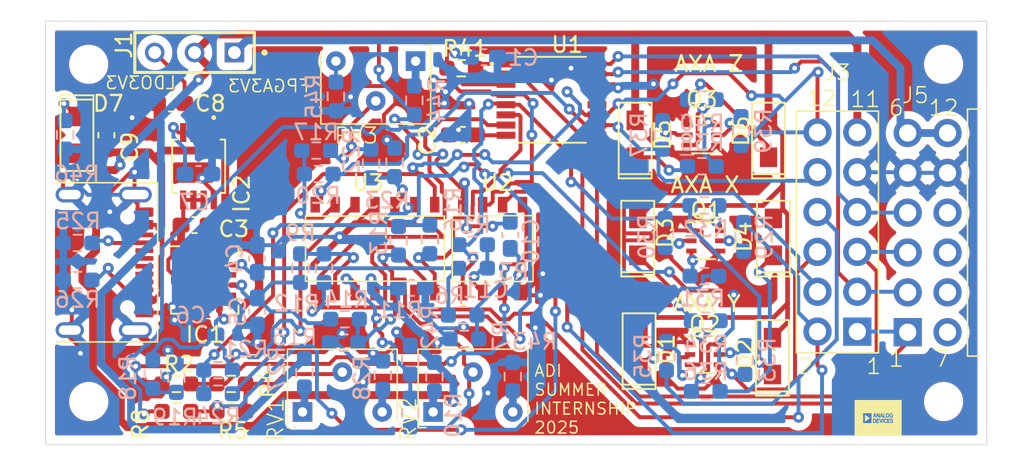
<source format=kicad_pcb>
(kicad_pcb (version 20241229) (generator "pcbnew") (generator_version "9.0")
  (layers (0 "F.Cu" signal) (2 "B.Cu" signal) (13 "F.Paste" user) (15 "B.Paste" user) (5 "F.SilkS" user "F.Silkscreen") (7 "B.SilkS" user "B.Silkscreen") (1 "F.Mask" user) (3 "B.Mask" user) (25 "Edge.Cuts" user))
  (net 0 "")
  (net 1 "+3V3")
  (net 2 "GND")
  (net 3 "Net-(U1-VREF)")
  (net 4 "Accel_x")
  (net 5 "Accel_y")
  (net 6 "Accel_z")
  (net 7 "Net-(IC2-SS)")
  (net 8 "LDO_3v3")
  (net 9 "VBUS")
  (net 10 "Net-(D1-K)")
  (net 11 "Net-(D2-K)")
  (net 12 "Net-(D3-K)")
  (net 13 "Net-(D4-K)")
  (net 14 "Net-(D5-K)")
  (net 15 "Net-(D6-K)")
  (net 16 "Net-(D7-K)")
  (net 23 "FPGA_3v3")
  (net 26 "Net-(J2-CC2)")
  (net 30 "Net-(J2-CC1)")
  (net 32 "SDI")
  (net 33 "Vo_X-")
  (net 34 "~{CS}")
  (net 35 "Vo_X+")
  (net 36 "Vo_Y-")
  (net 37 "Vo_Z+")
  (net 38 "SDO")
  (net 39 "Vo_Y+")
  (net 40 "SCLK")
  (net 41 "Vo_Z-")
  (net 46 "Net-(Q1-Pad6)")
  (net 47 "Net-(Q1-Pad5)")
  (net 48 "Net-(Q1-Pad2)")
  (net 49 "Net-(Q1-Pad3)")
  (net 50 "Net-(Q2-Pad5)")
  (net 51 "Net-(Q2-Pad3)")
  (net 52 "Net-(Q2-Pad2)")
  (net 53 "Net-(Q2-Pad6)")
  (net 54 "Net-(Q3-Pad2)")
  (net 55 "Net-(Q3-Pad6)")
  (net 56 "Net-(Q3-Pad3)")
  (net 57 "Net-(Q3-Pad5)")
  (net 58 "Net-(U2A--)")
  (net 59 "Net-(U2A-+)")
  (net 60 "Vref_X")
  (net 61 "Net-(U2B--)")
  (net 62 "Net-(U2B-+)")
  (net 63 "Net-(U3A--)")
  (net 64 "Vref_Y")
  (net 65 "Net-(U3A-+)")
  (net 66 "Net-(U3B--)")
  (net 67 "Net-(U3B-+)")
  (net 68 "Net-(U3D--)")
  (net 69 "Vref_Z")
  (net 70 "Net-(U3D-+)")
  (net 71 "Net-(U3C--)")
  (net 72 "Net-(U3C-+)")
  (net 73 "Net-(R27-Pad1)")
  (net 74 "Net-(R28-Pad2)")
  (net 75 "Net-(U1-~{RESET})")
  (net 76 "Net-(R42-Pad1)")
  (net 77 "Net-(R43-Pad2)")
  (net 78 "Net-(R44-Pad1)")
  (net 79 "Net-(R45-Pad2)")
  (footprint "Accelerometer_foot:3362S-1-253LF" (layer "F.Cu") (at 167.05 102.8 180)
    (property "Reference" "RV3")
    (property "Value" "3362S-1-253LF")
  )
  (footprint "Accelerometer_foot:MC34771" (layer "F.Cu") (at 202.23 113.73)
    (property "Reference" "J5")
    (property "Value" "PMOD")
  )
  (footprint "Accelerometer_foot:3362S-1-253LF" (layer "F.Cu") (at 173.25 125.1625)
    (property "Reference" "RV2")
    (property "Value" "3362S-1-253LF")
  )
  (footprint "Accelerometer_foot:USB4105-GF-A" (layer "F.Cu") (at 144.945 115.625 -90)
    (property "Reference" "J2" (hide yes))
    (property "Value" "USB4105-GF-A-120")
  )
  (footprint "Capacitor_SMD:C_0603_1608Metric_Pad1.08x0.95mm_HandSolder" (layer "F.Cu") (at 155.5 113.25 180)
    (property "Reference" "C3")
    (property "Value" "0.1u")
  )
  (footprint "Accelerometer_foot:MSOP" (layer "F.Cu") (at 155.75 109.5 180)
    (property "Reference" "IC2")
    (property "Value" "ADP1715ARMZ-3.3-R7" (hide yes))
  )
  (footprint "Resistor_SMD:R_0603_1608Metric_Pad0.98x0.95mm_HandSolder" (layer "F.Cu") (at 154.3375 125.125 180)
    (property "Reference" "R8")
    (property "Value" "2Meg")
  )
  (footprint "Accelerometer_foot:SOIC_N-8" (layer "F.Cu") (at 174.5 114.75)
    (property "Reference" "U2")
    (property "Value" "OP284")
  )
  (footprint "Accelerometer_foot:LED_0805" (layer "F.Cu") (at 183.8375 121.175 90)
    (property "Reference" "D1")
    (property "Value" "OF-SMD2012R")
  )
  (footprint "Capacitor_SMD:C_0603_1608Metric_Pad1.08x0.95mm_HandSolder" (layer "F.Cu") (at 154 105.5)
    (property "Reference" "C8")
    (property "Value" "2.2u")
  )
  (footprint "MountingHole:MountingHole_2.2mm_M2" (layer "F.Cu") (at 148.75 103)
    (property "Reference" "H4" (hide yes))
    (property "Value" "MountingHole")
  )
  (footprint "Accelerometer_foot:LED_0805" (layer "F.Cu") (at 183.5875 107.75 90)
    (property "Reference" "D5")
    (property "Value" "OF-SMD2012R")
  )
  (footprint "Accelerometer_foot:LFCSP_LQ" (layer "F.Cu") (at 156.15 116.75)
    (property "Reference" "IC1")
    (property "Value" "ADXL327BCPZ-RL7")
  )
  (footprint "Resistor_SMD:R_0603_1608Metric_Pad0.98x0.95mm_HandSolder" (layer "F.Cu") (at 154.3375 123.375 180)
    (property "Reference" "R2")
    (property "Value" "2Meg")
  )
  (footprint "Resistor_SMD:R_0603_1608Metric_Pad0.98x0.95mm_HandSolder" (layer "F.Cu") (at 157.8375 125.125 180)
    (property "Reference" "R5")
    (property "Value" "649k")
  )
  (footprint "Accelerometer_foot:LED_0805" (layer "F.Cu") (at 192.3375 121.6 90)
    (property "Reference" "D2")
    (property "Value" "OF-SMD2012R")
  )
  (footprint "Accelerometer_foot:SC70−6" (layer "F.Cu") (at 187.9975 121.5 -90)
    (property "Reference" "Q2")
    (property "Value" "MBT3904DW1T1G")
  )
  (footprint "Accelerometer_foot:SAMTEC_TS-103-T-A-1" (layer "F.Cu") (at 155.5 102.25 180)
    (property "Reference" "J1")
    (property "Value" "3v3 Select")
  )
  (footprint "Accelerometer_foot:LED_0805" (layer "F.Cu") (at 148 107.5 -90)
    (property "Reference" "D7")
    (property "Value" "OF-SMD2012R" (hide yes))
  )
  (footprint "Accelerometer_foot:2213S-12G" (layer "F.Cu") (at 196.48 113.69)
    (property "Reference" "J3")
    (property "Value" "Debug")
  )
  (footprint "Accelerometer_foot:SC70−6" (layer "F.Cu") (at 187.8375 107.5 90)
    (property "Reference" "Q3")
    (property "Value" "MBT3904DW1T1G")
  )
  (footprint "Accelerometer_foot:LED_0805" (layer "F.Cu") (at 192.0875 107.75 90)
    (property "Reference" "D6")
    (property "Value" "OF-SMD2012R")
  )
  (footprint "Accelerometer_foot:LED_0805" (layer "F.Cu") (at 183.75 114 90)
    (property "Reference" "D3")
    (property "Value" "OF-SMD2012R")
  )
  (footprint "Resistor_SMD:R_0603_1608Metric_Pad0.98x0.95mm_HandSolder" (layer "F.Cu") (at 157.8375 123.375 180)
    (property "Reference" "R4")
    (property "Value" "649k")
  )
  (footprint "Accelerometer_foot:LED_0805" (layer "F.Cu") (at 192.4 114 90)
    (property "Reference" "D4")
    (property "Value" "OF-SMD2012R")
  )
  (footprint "Accelerometer_foot:SOIC-16" (layer "F.Cu") (at 178.25 105.25 -90)
    (property "Reference" "U1")
    (property "Value" "AD55292RBRUZ" (hide yes))
  )
  (footprint "Accelerometer_foot:SC70−6" (layer "F.Cu") (at 188.0875 114.25 -90)
    (property "Reference" "Q1")
    (property "Value" "MBT3904DW1T1G")
  )
  (footprint "LOGO" (layer "F.Cu") (at 199.075 125.55)
    (property "Reference" "G***" (hide yes))
    (property "Value" "LOGO" (hide yes))
  )
  (footprint "Accelerometer_foot:SOIC_N-14" (layer "F.Cu") (at 167 114.75)
    (property "Reference" "U3")
    (property "Value" "OP484")
  )
  (footprint "MountingHole:MountingHole_2.2mm_M2" (layer "F.Cu") (at 203.25 103)
    (property "Reference" "H1" (hide yes))
    (property "Value" "MountingHole")
  )
  (footprint "MountingHole:MountingHole_2.2mm_M2" (layer "F.Cu") (at 148.75 124.5)
    (property "Reference" "H3" (hide yes))
    (property "Value" "MountingHole")
  )
  (footprint "Capacitor_SMD:C_0603_1608Metric_Pad1.08x0.95mm_HandSolder" (layer "F.Cu") (at 172.6 107.5)
    (property "Reference" "C2")
    (property "Value" "0.1u")
  )
  (footprint "Accelerometer_foot:3362S-1-253LF" (layer "F.Cu") (at 164.92 125.1625)
    (property "Reference" "RV1")
    (property "Value" "3362S-1-253LF")
  )
  (footprint "Capacitor_SMD:C_0603_1608Metric_Pad1.08x0.95mm_HandSolder" (layer "F.Cu") (at 149.875 107.525 -90)
    (property "Reference" "C9")
    (property "Value" "2.2u")
  )
  (footprint "MountingHole:MountingHole_2.2mm_M2" (layer "F.Cu") (at 203.25 124.5)
    (property "Reference" "H2" (hide yes))
    (property "Value" "MountingHole")
  )
  (footprint "Resistor_SMD:R_0603_1608Metric_Pad0.98x0.95mm_HandSolder" (layer "F.Cu") (at 172.5 103.25 180)
    (property "Reference" "R41")
    (property "Value" "10k" (hide yes))
  )
  (footprint "Resistor_SMD:R_0603_1608Metric_Pad0.98x0.95mm_HandSolder" (layer "B.Cu") (at 190.5 114 -90)
    (property "Reference" "R29")
    (property "Value" "68k")
  )
  (footprint "Resistor_SMD:R_0603_1608Metric_Pad0.98x0.95mm_HandSolder" (layer "B.Cu") (at 169.25 121.8375 90)
    (property "Reference" "R11")
    (property "Value" "2Meg")
  )
  (footprint "Resistor_SMD:R_0603_1608Metric_Pad0.98x0.95mm_HandSolder" (layer "B.Cu") (at 170.5 114.1625 -90)
    (property "Reference" "R16")
    (property "Value" "2Meg")
  )
  (footprint "Resistor_SMD:R_0603_1608Metric_Pad0.98x0.95mm_HandSolder" (layer "B.Cu") (at 163.25 108.5 180)
    (property "Reference" "R17")
    (property "Value" "649k")
  )
  (footprint "Resistor_SMD:R_0603_1608Metric_Pad0.98x0.95mm_HandSolder" (layer "B.Cu") (at 187.8375 105.25 180)
    (property "Reference" "R40")
    (property "Value" "280")
  )
  (footprint "Resistor_SMD:R_0603_1608Metric_Pad0.98x0.95mm_HandSolder" (layer "B.Cu") (at 166.75 109.325 -90)
    (property "Reference" "R22")
    (property "Value" "649k")
  )
  (footprint "Resistor_SMD:R_0603_1608Metric_Pad0.98x0.95mm_HandSolder" (layer "B.Cu") (at 168.25 109.25 90)
    (property "Reference" "R23")
    (property "Value" "2Meg")
  )
  (footprint "Resistor_SMD:R_0603_1608Metric_Pad0.98x0.95mm_HandSolder" (layer "B.Cu") (at 185.5 113.75 -90)
    (property "Reference" "R30")
    (property "Value" "68k")
  )
  (footprint "Resistor_SMD:R_0603_1608Metric_Pad0.98x0.95mm_HandSolder" (layer "B.Cu") (at 147.25 107.5 -90)
    (property "Reference" "R46")
    (property "Value" "1k")
  )
  (footprint "Resistor_SMD:R_0603_1608Metric_Pad0.98x0.95mm_HandSolder" (layer "B.Cu") (at 154.3375 123 90)
    (property "Reference" "R19")
    (property "Value" "2Meg")
  )
  (footprint "Resistor_SMD:R_0603_1608Metric_Pad0.98x0.95mm_HandSolder" (layer "B.Cu") (at 167.5 122.825 -90)
    (property "Reference" "R28")
    (property "Value" "49.9k")
  )
  (footprint "Resistor_SMD:R_0603_1608Metric_Pad0.98x0.95mm_HandSolder" (layer "B.Cu") (at 162.25 116 90)
    (property "Reference" "R9")
    (property "Value" "649k")
  )
  (footprint "Resistor_SMD:R_0603_1608Metric_Pad0.98x0.95mm_HandSolder" (layer "B.Cu") (at 152.8375 122.75 -90)
    (property "Reference" "R18")
    (property "Value" "649k")
  )
  (footprint "Resistor_SMD:R_0603_1608Metric_Pad0.98x0.95mm_HandSolder" (layer "B.Cu") (at 165 120.75 180)
    (property "Reference" "R15")
    (property "Value" "2Meg")
  )
  (footprint "Resistor_SMD:R_0603_1608Metric_Pad0.98x0.95mm_HandSolder" (layer "B.Cu") (at 188.0875 119.35 180)
    (property "Reference" "R34")
    (property "Value" "280")
  )
  (footprint "Capacitor_SMD:C_0603_1608Metric_Pad1.08x0.95mm_HandSolder" (layer "B.Cu") (at 159.49375 118.75625 90)
    (property "Reference" "C5")
    (property "Value" "47n")
  )
  (footprint "Resistor_SMD:R_0603_1608Metric_Pad0.98x0.95mm_HandSolder" (layer "B.Cu") (at 170.79 122.9125 90)
    (property "Reference" "R42")
    (property "Value" "53.6k")
  )
  (footprint "Resistor_SMD:R_0603_1608Metric_Pad0.98x0.95mm_HandSolder" (layer "B.Cu") (at 172.7 120.5 180)
    (property "Reference" "R7")
    (property "Value" "2Meg")
  )
  (footprint "Capacitor_SMD:C_0603_1608Metric_Pad1.08x0.95mm_HandSolder" (layer "B.Cu") (at 156 120.25)
    (property "Reference" "C6")
    (property "Value" "47n")
  )
  (footprint "Resistor_SMD:R_0603_1608Metric_Pad0.98x0.95mm_HandSolder" (layer "B.Cu") (at 188.0875 123.85)
    (property "Reference" "R36")
    (property "Value" "280")
  )
  (footprint "Resistor_SMD:R_0603_1608Metric_Pad0.98x0.95mm_HandSolder" (layer "B.Cu") (at 169.51 105.3 -90)
    (property "Reference" "R44")
    (property "Value" "53.6k")
  )
  (footprint "Resistor_SMD:R_0603_1608Metric_Pad0.98x0.95mm_HandSolder" (layer "B.Cu") (at 173.25 116)
    (property "Reference" "R3")
    (property "Value" "649k")
  )
  (footprint "Capacitor_SMD:C_0603_1608Metric_Pad1.08x0.95mm_HandSolder" (layer "B.Cu") (at 169.35 117.25)
    (property "Reference" "C11")
    (property "Value" "0.1u")
  )
  (footprint "Resistor_SMD:R_0603_1608Metric_Pad0.98x0.95mm_HandSolder" (layer "B.Cu") (at 185.5875 121.6 90)
    (property "Reference" "R35")
    (property "Value" "68k")
  )
  (footprint "Resistor_SMD:R_0603_1608Metric_Pad0.98x0.95mm_HandSolder" (layer "B.Cu") (at 148.04375 114.39)
    (property "Reference" "R25")
    (property "Value" "5.1k")
  )
  (footprint "Resistor_SMD:R_0603_1608Metric_Pad0.98x0.95mm_HandSolder" (layer "B.Cu") (at 169.25 125.2 90)
    (property "Reference" "R10")
    (property "Value" "649k")
  )
  (footprint "Resistor_SMD:R_0603_1608Metric_Pad0.98x0.95mm_HandSolder" (layer "B.Cu") (at 168.5 114.25 90)
    (property "Reference" "R13")
    (property "Value" "649k")
  )
  (footprint "Resistor_SMD:R_0603_1608Metric_Pad0.98x0.95mm_HandSolder" (layer "B.Cu") (at 163.75 116 -90)
    (property "Reference" "R12")
    (property "Value" "2Meg")
  )
  (footprint "Resistor_SMD:R_0603_1608Metric_Pad0.98x0.95mm_HandSolder" (layer "B.Cu") (at 148.04375 116.75)
    (property "Reference" "R26")
    (property "Value" "5.1k")
  )
  (footprint "Capacitor_SMD:C_0603_1608Metric_Pad1.08x0.95mm_HandSolder" (layer "B.Cu") (at 159.49375 115.39375 -90)
    (property "Reference" "C4")
    (property "Value" "47n")
  )
  (footprint "Capacitor_SMD:C_0603_1608Metric_Pad1.08x0.95mm_HandSolder" (layer "B.Cu") (at 175.625 113.875 -90)
    (property "Reference" "C10")
    (property "Value" "0.1u")
  )
  (footprint "Capacitor_SMD:C_0603_1608Metric_Pad1.08x0.95mm_HandSolder" (layer "B.Cu") (at 155.75 110)
    (property "Reference" "C7")
    (property "Value" "10n")
  )
  (footprint "Resistor_SMD:R_0603_1608Metric_Pad0.98x0.95mm_HandSolder" (layer "B.Cu") (at 157 124)
    (property "Reference" "R24")
    (property "Value" "2Meg")
  )
  (footprint "Resistor_SMD:R_0603_1608Metric_Pad0.98x0.95mm_HandSolder" (layer "B.Cu") (at 185.3375 107.5 90)
    (property "Reference" "R37")
    (property "Value" "68k")
  )
  (footprint "Resistor_SMD:R_0603_1608Metric_Pad0.98x0.95mm_HandSolder" (layer "B.Cu") (at 165.0875 119.25)
    (property "Reference" "R14")
    (property "Value" "649k")
  )
  (footprint "Resistor_SMD:R_0603_1608Metric_Pad0.98x0.95mm_HandSolder" (layer "B.Cu") (at 187.8375 109.5 180)
    (property "Reference" "R38")
    (property "Value" "280")
  )
  (footprint "Resistor_SMD:R_0603_1608Metric_Pad0.98x0.95mm_HandSolder" (layer "B.Cu") (at 188 112 180)
    (property "Reference" "R32")
    (property "Value" "280")
  )
  (footprint "Resistor_SMD:R_0603_1608Metric_Pad0.98x0.95mm_HandSolder" (layer "B.Cu") (at 157 122.5 180)
    (property "Reference" "R21")
    (property "Value" "649k")
  )
  (footprint "Capacitor_SMD:C_0603_1608Metric_Pad1.08x0.95mm_HandSolder" (layer "B.Cu") (at 173.95 102.55 180)
    (property "Reference" "C1")
    (property "Value" "0.1u" (hide yes))
  )
  (footprint "Resistor_SMD:R_0603_1608Metric_Pad0.98x0.95mm_HandSolder" (layer "B.Cu") (at 164.51 105.05 90)
    (property "Reference" "R45")
    (property "Value" "49.9k")
  )
  (footprint "Resistor_SMD:R_0603_1608Metric_Pad0.98x0.95mm_HandSolder" (layer "B.Cu") (at 175.79 122.9125 -90)
    (property "Reference" "R43")
    (property "Value" "49.9k")
  )
  (footprint "Resistor_SMD:R_0603_1608Metric_Pad0.98x0.95mm_HandSolder" (layer "B.Cu") (at 172.5875 119)
    (property "Reference" "R6")
    (property "Value" "649k")
  )
  (footprint "Resistor_SMD:R_0603_1608Metric_Pad0.98x0.95mm_HandSolder" (layer "B.Cu") (at 188 116.5)
    (property "Reference" "R31")
    (property "Value" "280")
  )
  (footprint "Resistor_SMD:R_0603_1608Metric_Pad0.98x0.95mm_HandSolder" (layer "B.Cu") (at 163.4125 110)
    (property "Reference" "R20")
    (property "Value" "2Meg")
  )
  (footprint "Resistor_SMD:R_0603_1608Metric_Pad0.98x0.95mm_HandSolder" (layer "B.Cu") (at 162.5 122.6625 90)
    (property "Reference" "R27")
    (property "Value" "53.6k")
  )
  (footprint "Resistor_SMD:R_0603_1608Metric_Pad0.98x0.95mm_HandSolder" (layer "B.Cu") (at 173.25 114.5 180)
    (property "Reference" "R1")
    (property "Value" "2Meg")
  )
  (footprint "Resistor_SMD:R_0603_1608Metric_Pad0.98x0.95mm_HandSolder" (layer "B.Cu") (at 190.5875 121.85 90)
    (property "Reference" "R33")
    (property "Value" "68k")
  )
  (footprint "Resistor_SMD:R_0603_1608Metric_Pad0.98x0.95mm_HandSolder" (layer "B.Cu") (at 190.3375 107.25 90)
    (property "Reference" "R39")
    (property "Value" "68k")
  )
  (gr_rect (start 146 100.25) (end 206 127.25) (stroke (width 0.05)) (fill no) (layer "Edge.Cuts"))
  (gr_text "ADI\nSUMMER\nINTERNSHIP\n2025" (at 177.1 126.6 0) (layer "F.SilkS") (effects (font (size 0.75 0.75) (thickness 0.09375)) (justify left bottom)))
  (gr_text "AXA Z" (at 186 103.55 0) (layer "F.SilkS") (effects (font (size 1 1)) (justify left bottom)))
  (gr_text "FPGA3V3\n" (at 162.875 104.85 0) (layer "F.SilkS") (effects (font (size 0.8 0.8) (thickness 0.1)) (justify left bottom mirror)))
  (gr_text "AXA X" (at 185.75 111.27 0) (layer "F.SilkS") (effects (font (size 1 1)) (justify left bottom)))
  (gr_text "AXA Y" (at 185.925 118.85 0) (layer "F.SilkS") (effects (font (size 1 1)) (justify left bottom)))
  (gr_text "LDO3V3" (at 154.375 104.65 0) (layer "F.SilkS") (effects (font (size 0.8 0.8) (thickness 0.1)) (justify left bottom mirror)))
  (segment (start 149.55 109.75) (end 149.225 110.075) (width 0.5) (layer "F.Cu") (net 1))
  (segment (start 156.3625 113.25) (end 156.31875 113.29375) (width 0.3) (layer "F.Cu") (net 1))
  (segment (start 152.4775 126.125) (end 152.5515 126.051) (width 0.5) (layer "F.Cu") (net 1))
  (segment (start 156.9 113.25) (end 156.3625 113.25) (width 0.5) (layer "F.Cu") (net 1))
  (segment (start 171.322701 108.722704) (end 170.925 109.120405) (width 0.25) (layer "F.Cu") (net 1))
  (segment (start 155.5 102.25) (end 156.5 103.25) (width 0.5) (layer "F.Cu") (net 1))
  (segment (start 192.9885 107.476) (end 192.9885 110.75) (width 0.3) (layer "F.Cu") (net 1))
  (segment (start 192.410202 119.140798) (end 184.696702 119.140798) (width 0.3) (layer "F.Cu") (net 1))
  (segment (start 157.451 104.201) (end 157.451 106.4) (width 0.5) (layer "F.Cu") (net 1))
  (segment (start 171.5875 102.175) (end 171.5875 101.1885) (width 0.25) (layer "F.Cu") (net 1))
  (segment (start 149.199 114.581786) (end 149.225 114.607786) (width 0.5) (layer "F.Cu") (net 1))
  (segment (start 183.5875 106.575) (end 183.5875 101.2635) (width 0.5) (layer "F.Cu") (net 1))
  (segment (start 149.225 113.892214) (end 149.199 113.918214) (width 0.5) (layer "F.Cu") (net 1))
  (segment (start 172.6125 104.275) (end 171.5875 103.25) (width 0.25) (layer "F.Cu") (net 1))
  (segment (start 193.301 118.25) (end 193.301 119.4615) (width 0.3) (layer "F.Cu") (net 1))
  (segment (start 192.0875 101.1885) (end 192 101.101) (width 0.5) (layer "F.Cu") (net 1))
  (segment (start 197.75 101.75) (end 197.75 107.34) (width 0.5) (layer "F.Cu") (net 1))
  (segment (start 148.35 115.75) (end 148.35 116.780786) (width 0.5) (layer "F.Cu") (net 1))
  (segment (start 167.25 101.101) (end 167.25 103.35) (width 0.25) (layer "F.Cu") (net 1))
  (segment (start 192.9885 112.2365) (end 192.4 112.825) (width 0.3) (layer "F.Cu") (net 1))
  (segment (start 156.5 103.25) (end 157.451 104.201) (width 0.5) (layer "F.Cu") (net 1))
  (segment (start 192.0875 106.575) (end 192.9885 107.476) (width 0.3) (layer "F.Cu") (net 1))
  (segment (start 155.5 102.25) (end 156.649 101.101) (width 0.5) (layer "F.Cu") (net 1))
  (segment (start 193.301 112.549) (end 193.301 118.25) (width 0.3) (layer "F.Cu") (net 1))
  (segment (start 193.301 119.4615) (end 192.3375 120.425) (width 0.3) (layer "F.Cu") (net 1))
  (segment (start 193.301 118.25) (end 192.410202 119.140798) (width 0.3) (layer "F.Cu") (net 1))
  (segment (start 192.0875 106.575) (end 192.0875 101.1885) (width 0.5) (layer "F.Cu") (net 1))
  (segment (start 170.925 109.335605) (end 172.595 111.005605) (width 0.25) (layer "F.Cu") (net 1))
  (segment (start 192.9885 110.75) (end 191.7385 112) (width 0.3) (layer "F.Cu") (net 1))
  (segment (start 150.4125 109.75) (end 149.55 109.75) (width 0.5) (layer "F.Cu") (net 1))
  (segment (start 148.35 116.780786) (end 149.026 117.456786) (width 0.5) (layer "F.Cu") (net 1))
  (segment (start 166.75 116.675) (end 166.75 117.3) (width 0.5) (layer "F.Cu") (net 1))
  (segment (start 156.649 101.101) (end 167.25 101.101) (width 0.5) (layer "F.Cu") (net 1))
  (segment (start 184.696702 119.140798) (end 183.8375 120) (width 0.3) (layer "F.Cu") (net 1))
  (segment (start 172.595 111.005605) (end 172.595 111.95) (width 0.25) (layer "F.Cu") (net 1))
  (segment (start 156.31875 115.01875) (end 155.84375 115.01875) (width 0.3) (layer "F.Cu") (net 1))
  (segment (start 149.199 113.918214) (end 149.199 114.581786) (width 0.5) (layer "F.Cu") (net 1))
  (segment (start 172.1 102.274) (end 172.001 102.175) (width 0.25) (layer "F.Cu") (net 1))
  (segment (start 192.9885 112.2365) (end 193.301 112.549) (width 0.3) (layer "F.Cu") (net 1))
  (segment (start 171.5875 103.25) (end 171.5875 102.175) (width 0.25) (layer "F.Cu") (net 1))
  (segment (start 183.75 101.101) (end 192 101.101) (width 0.5) (layer "F.Cu") (net 1))
  (segment (start 155.75 104) (end 156.5 103.25) (width 0.5) (layer "F.Cu") (net 1))
  (segment (start 149.225 114.875) (end 148.35 115.75) (width 0.5) (layer "F.Cu") (net 1))
  (segment (start 171.5875 101.1885) (end 171.5 101.101) (width 0.25) (layer "F.Cu") (net 1))
  (segment (start 172.001 102.175) (end 171.5875 102.175) (width 0.25) (layer "F.Cu") (net 1))
  (segment (start 149.026 122.476) (end 150.8 124.25) (width 0.5) (layer "F.Cu") (net 1))
  (segment (start 156.31875 113.29375) (end 156.31875 115.01875) (width 0.3) (layer "F.Cu") (net 1))
  (segment (start 151.2 126.125) (end 152.4775 126.125) (width 0.5) (layer "F.Cu") (net 1))
  (segment (start 149.225 110.075) (end 149.225 113.892214) (width 0.5) (layer "F.Cu") (net 1))
  (segment (start 166.75 117.3) (end 167 117.55) (width 0.5) (layer "F.Cu") (net 1))
  (segment (start 192 101.101) (end 197.101 101.101) (width 0.5) (layer "F.Cu") (net 1))
  (segment (start 172.951 113.325) (end 172.825 113.451) (width 0.25) (layer "F.Cu") (net 1))
  (segment (start 172.711729 111.833271) (end 172.595 111.95) (width 0.25) (layer "F.Cu") (net 1))
  (segment (start 150.8 125.725) (end 151.2 126.125) (width 0.5) (layer "F.Cu") (net 1))
  (segment (start 171.5 101.101) (end 183.75 101.101) (width 0.5) (layer "F.Cu") (net 1))
  (segment (start 157.451 106.4) (end 157.451 112.699) (width 0.5) (layer "F.Cu") (net 1))
  (segment (start 157.451 112.699) (end 156.9 113.25) (width 0.5) (layer "F.Cu") (net 1))
  (segment (start 170.925 109.120405) (end 170.925 109.335605) (width 0.25) (layer "F.Cu") (net 1))
  (segment (start 150.75 109.4125) (end 150.4125 109.75) (width 0.5) (layer "F.Cu") (net 1))
  (segment (start 155.84375 115.01875) (end 155.825 115) (width 0.3) (layer "F.Cu") (net 1))
  (segment (start 161.256266 124.0865) (end 171.5865 124.0865) (width 0.5) (layer "F.Cu") (net 1))
  (segment (start 175.35 104.275) (end 172.6125 104.275) (width 0.25) (layer "F.Cu") (net 1))
  (segment (start 149.225 114.607786) (end 149.225 114.875) (width 0.5) (layer "F.Cu") (net 1))
  (segment (start 150.8 124.25) (end 150.8 125.725) (width 0.5) (layer "F.Cu") (net 1))
  (segment (start 167.25 101.101) (end 171.5 101.101) (width 0.5) (layer "F.Cu") (net 1))
  (segment (start 171.5865 124.0865) (end 172 124.5) (width 0.5) (layer "F.Cu") (net 1))
  (segment (start 174.5 113.325) (end 172.951 113.325) (width 0.25) (layer "F.Cu") (net 1))
  (segment (start 169.75 108) (end 168.25 106.5) (width 0.25) (layer "F.Cu") (net 1))
  (segment (start 172.495 111.85) (end 172.595 111.95) (width 0.25) (layer "F.Cu") (net 1))
  (segment (start 184.575 112) (end 183.75 112.825) (width 0.3) (layer "F.Cu") (net 1))
  (segment (start 169.75 108.75) (end 169.75 108) (width 0.25) (layer "F.Cu") (net 1))
  (segment (start 149.026 117.456786) (end 149.026 122.476) (width 0.5) (layer "F.Cu") (net 1))
  (segment (start 152.5515 126.051) (end 159.291766 126.051) (width 0.5) (layer "F.Cu") (net 1))
  (segment (start 159.291766 126.051) (end 161.256266 124.0865) (width 0.5) (layer "F.Cu") (net 1))
  (segment (start 183.5875 101.2635) (end 183.75 101.101) (width 0.5) (layer "F.Cu") (net 1))
  (segment (start 197.101 101.101) (end 197.75 101.75) (width 0.5) (layer "F.Cu") (net 1))
  (segment (start 191.7385 112) (end 184.575 112) (width 0.3) (layer "F.Cu") (net 1))
  (segment (start 172.711729 110.564174) (end 172.711729 111.833271) (width 0.25) (layer "F.Cu") (net 1))
  (segment (start 192.9885 110.75) (end 192.9885 112.2365) (width 0.3) (layer "F.Cu") (net 1))
  (via (at 166.75 116.675) (size 0.7) (drill 0.3) (layers "F.Cu" "B.Cu") (net 1))
  (via (at 155.75 104) (size 0.7) (drill 0.3) (layers "F.Cu" "B.Cu") (net 1))
  (via (at 168.25 106.5) (size 0.7) (drill 0.3) (layers "F.Cu" "B.Cu") (net 1))
  (via (at 167.25 103.35) (size 0.7) (drill 0.3) (layers "F.Cu" "B.Cu") (net 1))
  (via (at 172.1 102.274) (size 0.7) (drill 0.3) (layers "F.Cu" "B.Cu") (net 1))
  (via (at 172.825 113.451) (size 0.7) (drill 0.3) (layers "F.Cu" "B.Cu") (net 1))
  (via (at 172.711729 110.564174) (size 0.7) (drill 0.3) (layers "F.Cu" "B.Cu") (net 1))
  (via (at 174.5 113.325) (size 0.7) (drill 0.3) (layers "F.Cu" "B.Cu") (net 1))
  (via (at 169.75 108.75) (size 0.7) (drill 0.3) (layers "F.Cu" "B.Cu") (net 1))
  (via (at 172 124.5) (size 0.7) (drill 0.3) (layers "F.Cu" "B.Cu") (net 1))
  (via (at 150.75 109.4125) (size 0.7) (drill 0.3) (layers "F.Cu" "B.Cu") (net 1))
  (via (at 171.322701 108.722704) (size 0.7) (drill 0.3) (layers "F.Cu" "B.Cu") (net 1))
  (segment (start 153.35 106.702) (end 153.199 106.551) (width 0.5) (layer "B.Cu") (net 1))
  (segment (start 167.25 103.35) (end 167.25 103.9525) (width 0.25) (layer "B.Cu") (net 1))
  (segment (start 150.674 123.232975) (end 150.674 123.224) (width 0.5) (layer "B.Cu") (net 1))
  (segment (start 172.376 102.55) (end 172.1 102.274) (width 0.25) (layer "B.Cu") (net 1))
  (segment (start 166.75 117.448076) (end 166.75 116.675) (width 0.5) (layer "B.Cu") (net 1))
  (segment (start 167.25 103.9525) (end 169.51 106.2125) (width 0.25) (layer "B.Cu") (net 1))
  (segment (start 167.576 118.326) (end 167.576 118.274076) (width 0.5) (layer "B.Cu") (net 1))
  (segment (start 168.801 118.918214) (end 168.331786 118.449) (width 0.5) (layer "B.Cu") (net 1))
  (segment (start 151.4605 124.406714) (end 151.4605 124.019476) (width 0.5) (layer "B.Cu") (net 1))
  (segment (start 151.4605 124.019476) (end 150.674 123.232975) (width 0.5) (layer "B.Cu") (net 1))
  (segment (start 171.322701 108.722704) (end 169.777296 108.722704) (width 0.25) (layer "B.Cu") (net 1))
  (segment (start 168.331786 118.449) (end 167.699 118.449) (width 0.5) (layer "B.Cu") (net 1))
  (segment (start 174.6625 113.1625) (end 174.5 113.325) (width 0.25) (layer "B.Cu") (net 1))
  (segment (start 172.825 113.451) (end 172.825 110.677445) (width 0.25) (layer "B.Cu") (net 1))
  (segment (start 150.75 109) (end 153.199 106.551) (width 0.5) (layer "B.Cu") (net 1))
  (segment (start 151.825 126.275) (end 151.45 125.9) (width 0.5) (layer "B.Cu") (net 1))
  (segment (start 153.199 106.551) (end 155.75 104) (width 0.5) (layer "B.Cu") (net 1))
  (segment (start 170.176 121.386) (end 170.176 120.383234) (width 0.5) (layer "B.Cu") (net 1))
  (segment (start 169.2225 106.5) (end 169.51 106.2125) (width 0.25) (layer "B.Cu") (net 1))
  (segment (start 170.79 122) (end 172 123.21) (width 0.5) (layer "B.Cu") (net 1))
  (segment (start 168.4875 118.293286) (end 168.4875 117.25) (width 0.25) (layer "B.Cu") (net 1))
  (segment (start 169.779266 119.9865) (end 169.7115 119.9865) (width 0.5) (layer "B.Cu") (net 1))
  (segment (start 149.525 117.649016) (end 153.35 113.824016) (width 0.5) (layer "B.Cu") (net 1))
  (segment (start 175.625 113.1625) (end 174.6625 113.1625) (width 0.25) (layer "B.Cu") (net 1))
  (segment (start 172 123.21) (end 172 124.5) (width 0.5) (layer "B.Cu") (net 1))
  (segment (start 168.801 119.026) (end 168.801 118.918214) (width 0.5) (layer "B.Cu") (net 1))
  (segment (start 153.35 113.824016) (end 153.35 106.702) (width 0.5) (layer "B.Cu") (net 1))
  (segment (start 168.25 106.5) (end 169.2225 106.5) (width 0.25) (layer "B.Cu") (net 1))
  (segment (start 172.825 110.677445) (end 172.711729 110.564174) (width 0.25) (layer "B.Cu") (net 1))
  (segment (start 169.35 119.575) (end 168.801 119.026) (width 0.5) (layer "B.Cu") (net 1))
  (segment (start 150.75 109.4125) (end 150.75 109) (width 0.5) (layer "B.Cu") (net 1))
  (segment (start 162.5 121.75) (end 157.975 126.275) (width 0.5) (layer "B.Cu") (net 1))
  (segment (start 167.576 118.274076) (end 166.75 117.448076) (width 0.5) (layer "B.Cu") (net 1))
  (segment (start 149.525 122.075) (end 149.525 117.649016) (width 0.5) (layer "B.Cu") (net 1))
  (segment (start 169.35 119.625) (end 169.35 119.575) (width 0.5) (layer "B.Cu") (net 1))
  (segment (start 150.674 123.224) (end 149.525 122.075) (width 0.5) (layer "B.Cu") (net 1))
  (segment (start 168.4875 117.25) (end 167.325 117.25) (width 0.25) (layer "B.Cu") (net 1))
  (segment (start 151.45 124.417214) (end 151.4605 124.406714) (width 0.5) (layer "B.Cu") (net 1))
  (segment (start 169.777296 108.722704) (end 169.75 108.75) (width 0.25) (layer "B.Cu") (net 1))
  (segment (start 151.45 125.9) (end 151.45 124.417214) (width 0.5) (layer "B.Cu") (net 1))
  (segment (start 168.331786 118.449) (end 168.4875 118.293286) (width 0.25) (layer "B.Cu") (net 1))
  (segment (start 167.699 118.449) (end 167.576 118.326) (width 0.5) (layer "B.Cu") (net 1))
  (segment (start 157.975 126.275) (end 151.825 126.275) (width 0.5) (layer "B.Cu") (net 1))
  (segment (start 172.249 102.125) (end 172.1 102.274) (width 0.25) (layer "B.Cu") (net 1))
  (segment (start 170.176 120.383234) (end 169.779266 119.9865) (width 0.5) (layer "B.Cu") (net 1))
  (segment (start 167.325 117.25) (end 166.75 116.675) (width 0.25) (layer "B.Cu") (net 1))
  (segment (start 170.79 122) (end 170.176 121.386) (width 0.5) (layer "B.Cu") (net 1))
  (segment (start 169.7115 119.9865) (end 169.35 119.625) (width 0.5) (layer "B.Cu") (net 1))
  (segment (start 173.0875 102.55) (end 172.376 102.55) (width 0.25) (layer "B.Cu") (net 1))
  (segment (start 168.380598 120.780007) (end 167.744807 121.415798) (width 0.25) (layer "F.Cu") (net 2))
  (segment (start 172.227691 105.482597) (end 172.245094 105.5) (width 0.25) (layer "F.Cu") (net 2))
  (segment (start 187.5 109.625) (end 187.5 108.626) (width 0.25) (layer "F.Cu") (net 2))
  (segment (start 184.625 107.15) (end 184.805009 106.969991) (width 0.25) (layer "F.Cu") (net 2))
  (segment (start 186.25 110.875) (end 187.5 109.625) (width 0.25) (layer "F.Cu") (net 2))
  (segment (start 151.425 109.875) (end 151.675 109.875) (width 0.25) (layer "F.Cu") (net 2))
  (segment (start 153.35 124.175) (end 152.275 124.175) (width 0.25) (layer "F.Cu") (net 2))
  (segment (start 185.45 121.350643) (end 186.088275 120.712368) (width 0.25) (layer "F.Cu") (net 2))
  (segment (start 154.38125 117.09375) (end 154.4 117.075) (width 0.25) (layer "F.Cu") (net 2))
  (segment (start 170.976 120.755593) (end 170.285974 120.065567) (width 0.25) (layer "F.Cu") (net 2))
  (segment (start 147.11375 111.32) (end 147.11375 109.76125) (width 0.25) (layer "F.Cu") (net 2))
  (segment (start 176.58 117.725) (end 176.405 117.55) (width 0.25) (layer "F.Cu") (net 2))
  (segment (start 154.225 119.729594) (end 153.8 120.154594) (width 0.25) (layer "F.Cu") (net 2))
  (segment (start 188.4775 114.9) (end 188.75 115.1725) (width 0.25) (layer "F.Cu") (net 2))
  (segment (start 185.9925 105.925) (end 186.9175 106.85) (width 0.25) (layer "F.Cu") (net 2))
  (segment (start 185.326 108.626) (end 184.625 107.925) (width 0.25) (layer "F.Cu") (net 2))
  (segment (start 153.1375 105.5) (end 152.425 105.5) (width 0.25) (layer "F.Cu") (net 2))
  (segment (start 154.15 116.425) (end 154.4 116.425) (width 0.25) (layer "F.Cu") (net 2))
  (segment (start 184.625 107.925) (end 184.625 107.15) (width 0.25) (layer "F.Cu") (net 2))
  (segment (start 156.150929 110.432469) (end 156.150929 110.550929) (width 0.25) (layer "F.Cu") (net 2))
  (segment (start 188.75 115.410201) (end 187.322903 116.837298) (width 0.25) (layer "F.Cu") (net 2))
  (segment (start 186.301 123.676) (end 185.45 122.825) (width 0.25) (layer "F.Cu") (net 2))
  (segment (start 182.9615 120.951) (end 185.849643 120.951) (width 0.25) (layer "F.Cu") (net 2))
  (segment (start 184.626 113.776) (end 182.874 113.776) (width 0.25) (layer "F.Cu") (net 2))
  (segment (start 176.162696 117.307696) (end 176.405 117.55) (width 0.25) (layer "F.Cu") (net 2))
  (segment (start 187.5 108.626) (end 185.326 108.626) (width 0.25) (layer "F.Cu") (net 2))
  (segment (start 154.775 111.65) (end 155.425 111.65) (width 0.25) (layer "F.Cu") (net 2))
  (segment (start 168.859495 104.934495) (end 168.314 104.389) (width 0.25) (layer "F.Cu") (net 2))
  (segment (start 147.117706 119.982294) (end 148.225 121.089588) (width 0.25) (layer "F.Cu") (net 2))
  (segment (start 174.2 123.95) (end 174.225 123.925) (width 0.25) (layer "F.Cu") (net 2))
  (segment (start 152.425 105.5) (end 151.525 106.4) (width 0.25) (layer "F.Cu") (net 2))
  (segment (start 154.075 115.274) (end 154.014966 115.274) (width 0.25) (layer "F.Cu") (net 2))
  (segment (start 182.874 114.224) (end 182.874 120.8635) (width 0.25) (layer "F.Cu") (net 2))
  (segment (start 153.425 123.375) (end 152.475 123.375) (width 0.25) (layer "F.Cu") (net 2))
  (segment (start 155.775 118.5) (end 155.775 118.625) (width 0.25) (layer "F.Cu") (net 2))
  (segment (start 188.75 115.1725) (end 188.75 115.410201) (width 0.25) (layer "F.Cu") (net 2))
  (segment (start 182.5 104.5) (end 182.275 104.275) (width 0.25) (layer "F.Cu") (net 2))
  (segment (start 151.86875 111.895) (end 151.29375 111.32) (width 0.25) (layer "F.Cu") (net 2))
  (segment (start 153.425 124) (end 153.475 124.05) (width 0.25) (layer "F.Cu") (net 2))
  (segment (start 156.725 111.125) (end 156.725 111.65) (width 0.25) (layer "F.Cu") (net 2))
  (segment (start 172.245094 105.5) (end 173 105.5) (width 0.25) (layer "F.Cu") (net 2))
  (segment (start 185.849643 120.951) (end 186.088275 120.712368) (width 0.25) (layer "F.Cu") (net 2))
  (segment (start 147.675 118.65) (end 147.675 119.425) (width 0.25) (layer "F.Cu") (net 2))
  (segment (start 154.377272 117.09375) (end 154.38125 117.09375) (width 0.25) (layer "F.Cu") (net 2))
  (segment (start 167.765474 107.819272) (end 167.574 107.627798) (width 0.25) (layer "F.Cu") (net 2))
  (segment (start 188.2915 108.626) (end 187.5 108.626) (width 0.25) (layer "F.Cu") (net 2))
  (segment (start 166.870382 121.415798) (end 166.868478 121.413894) (width 0.25) (layer "F.Cu") (net 2))
  (segment (start 153.8 120.154594) (end 153.8 121.225) (width 0.25) (layer "F.Cu") (net 2))
  (segment (start 154.775 113.1125) (end 154.6375 113.25) (width 0.25) (layer "F.Cu") (net 2))
  (segment (start 180.3 104.275) (end 179.5 103.475) (width 0.25) (layer "F.Cu") (net 2))
  (segment (start 182.874 120.8635) (end 182.9615 120.951) (width 0.25) (layer "F.Cu") (net 2))
  (segment (start 188.9175 122.788509) (end 188.030009 123.676) (width 0.25) (layer "F.Cu") (net 2))
  (segment (start 188.9175 122.15) (end 188.9175 122.788509) (width 0.25) (layer "F.Cu") (net 2))
  (segment (start 156.5 117.275) (end 156.5 118.125) (width 0.25) (layer "F.Cu") (net 2))
  (segment (start 156.425 118.525) (end 156.375 118.575) (width 0.25) (layer "F.Cu") (net 2))
  (segment (start 153.275 118.85) (end 153.375 118.95) (width 0.25) (layer "F.Cu") (net 2))
  (segment (start 156.150929 110.550929) (end 156.725 111.125) (width 0.25) (layer "F.Cu") (net 2))
  (segment (start 182.275 104.275) (end 181.15 104.275) (width 0.25) (layer "F.Cu") (net 2))
  (segment (start 167.574 106.219991) (end 168.859495 104.934495) (width 0.25) (layer "F.Cu") (net 2))
  (segment (start 150.8875 105.5) (end 149.5 106.8875) (width 0.25) (layer "F.Cu") (net 2))
  (segment (start 151.675 111.05) (end 151.405 111.32) (width 0.25) (layer "F.Cu") (net 2))
  (segment (start 150.1 112.4) (end 150.1 111.2) (width 0.25) (layer "F.Cu") (net 2))
  (segment (start 153.824 116.099) (end 154.15 116.425) (width 0.25) (layer "F.Cu") (net 2))
  (segment (start 166.136 104.389) (end 165.45 105.075) (width 0.25) (layer "F.Cu") (net 2))
  (segment (start 187.8235 114.246) (end 187.8235 113.666) (width 0.25) (layer "F.Cu") (net 2))
  (segment (start 176.237696 116.35) (end 176.162696 116.425) (width 0.25) (layer "F.Cu") (net 2))
  (segment (start 151.675 109.875) (end 151.675 111.05) (width 0.25) (layer "F.Cu") (net 2))
  (segment (start 154.225 119.3) (end 154.225 119.729594) (width 0.25) (layer "F.Cu") (net 2))
  (segment (start 156.425 118.5) (end 155.775 118.5) (width 0.25) (layer "F.Cu") (net 2))
  (segment (start 184.805009 106.594991) (end 185.475 105.925) (width 0.25) (layer "F.Cu") (net 2))
  (segment (start 184.709605 114.224) (end 182.874 114.224) (width 0.25) (layer "F.Cu") (net 2))
  (segment (start 187.1675 113.59) (end 184.812 113.59) (width 0.25) (layer "F.Cu") (net 2))
  (segment (start 171.984808 107.515192) (end 171.752692 107.515192) (width 0.25) (layer "F.Cu") (net 2))
  (segment (start 154.56875 116.76875) (end 155.99375 116.76875) (width 0.25) (layer "F.Cu") (net 2))
  (segment (start 188.4775 114.9) (end 187.8235 114.246) (width 0.25) (layer "F.Cu") (net 2))
  (segment (start 167.744807 121.415798) (end 166.870382 121.415798) (width 0.25) (layer "F.Cu") (net 2))
  (segment (start 155.01875 118.51875) (end 155.01875 119.18125) (width 0.25) (layer "F.Cu") (net 2))
  (segment (start 187.8235 113.666) (end 187.7475 113.59) (width 0.25) (layer "F.Cu") (net 2))
  (segment (start 188.030009 123.676) (end 186.301 123.676) (width 0.25) (layer "F.Cu") (net 2))
  (segment (start 179.5 103.475) (end 179.5 103.25) (width 0.25) (layer "F.Cu") (net 2))
  (segment (start 153.1375 105.5) (end 150.8875 105.5) (width 0.25) (layer "F.Cu") (net 2))
  (segment (start 170.694856 104.752453) (end 169.041538 104.752453) (width 0.25) (layer "F.Cu") (net 2))
  (segment (start 164.95 114) (end 164.75 114) (width 0.25) (layer "F.Cu") (net 2))
  (segment (start 177.7 116.35) (end 176.237696 116.35) (width 0.25) (layer "F.Cu") (net 2))
  (segment (start 154.014966 115.274) (end 153.824 115.464966) (width 0.25) (layer "F.Cu") (net 2))
  (segment (start 171.752692 107.515192) (end 171.7375 107.5) (width 0.25) (layer "F.Cu") (net 2))
  (segment (start 156.5 118.125) (end 156.425 118.2) (width 0.25) (layer "F.Cu") (net 2))
  (segment (start 154.4 117.075) (end 154.4 116.9375) (width 0.25) (layer "F.Cu") (net 2))
  (segment (start 167 111.95) (end 164.95 114) (width 0.25) (layer "F.Cu") (net 2))
  (segment (start 182.874 113.776) (end 182.874 111.876) (width 0.25) (layer "F.Cu") (net 2))
  (segment (start 183.875 110.875) (end 186.25 110.875) (width 0.25) (layer "F.Cu") (net 2))
  (segment (start 171.425 105.482597) (end 172.227691 105.482597) (width 0.25) (layer "F.Cu") (net 2))
  (segment (start 154.775 111.65) (end 154.775 113.1125) (width 0.25) (layer "F.Cu") (net 2))
  (segment (start 148.225 121.089588) (end 148.225 121.425) (width 0.25) (layer "F.Cu") (net 2))
  (segment (start 168.314 104.389) (end 166.136 104.389) (width 0.25) (layer "F.Cu") (net 2))
  (segment (start 154.6375 113.25) (end 154.075 113.8125) (width 0.25) (layer "F.Cu") (net 2))
  (segment (start 154.075 113.8125) (end 154.075 115.274) (width 0.25) (layer "F.Cu") (net 2))
  (segment (start 189.0075 114.9) (end 188.4775 114.9) (width 0.25) (layer "F.Cu") (net 2))
  (segment (start 153.824 115.464966) (end 153.824 116.099) (width 0.25) (layer "F.Cu") (net 2))
  (segment (start 153.425 123.375) (end 153.425 124) (width 0.25) (layer "F.Cu") (net 2))
  (segment (start 147.675 119.425) (end 147.117706 119.982294) (width 0.25) (layer "F.Cu") (net 2))
  (segment (start 152.3 118.825) (end 153.25 118.825) (width 0.25) (layer "F.Cu") (net 2))
  (segment (start 153.375 118.95) (end 153.7 118.95) (width 0.25) (layer "F.Cu") (net 2))
  (segment (start 169.041538 104.752453) (end 168.859495 104.934495) (width 0.25) (layer "F.Cu") (net 2))
  (segment (start 154.4 116.9375) (end 154.56875 116.76875) (width 0.25) (layer "F.Cu") (net 2))
  (segment (start 156.725 111.65) (end 156.075 111.65) (width 0.25) (layer "F.Cu") (net 2))
  (segment (start 153.25 118.825) (end 153.275 118.85) (width 0.25) (layer "F.Cu") (net 2))
  (segment (start 187.322903 116.837298) (end 184.709605 114.224) (width 0.25) (layer "F.Cu") (net 2))
  (segment (start 156.425 118.2) (end 156.425 118.525) (width 0.25) (layer "F.Cu") (net 2))
  (segment (start 182.874 111.876) (end 183.875 110.875) (width 0.25) (layer "F.Cu") (net 2))
  (segment (start 155.775 118.625) (end 155.8 118.65) (width 0.25) (layer "F.Cu") (net 2))
  (segment (start 170.285974 120.065567) (end 168.380598 120.065567) (width 0.25) (layer "F.Cu") (net 2))
  (segment (start 156.075 111.65) (end 155.425 111.65) (width 0.25) (layer "F.Cu") (net 2))
  (segment (start 184.812 113.59) (end 184.626 113.776) (width 0.25) (layer "F.Cu") (net 2))
  (segment (start 172.325 107.175) (end 171.984808 107.515192) (width 0.25) (layer "F.Cu") (net 2))
  (segment (start 153.475 124.05) (end 153.35 124.175) (width 0.25) (layer "F.Cu") (net 2))
  (segment (start 171.425 105.482597) (end 170.694856 104.752453) (width 0.25) (layer "F.Cu") (net 2))
  (segment (start 184.805009 106.969991) (end 184.805009 106.594991) (width 0.25) (layer "F.Cu") (net 2))
  (segment (start 186.088275 120.712368) (end 186.949868 120.712368) (width 0.25) (layer "F.Cu") (net 2))
  (segment (start 154.56875 116.76875) (end 154.4 116.6) (width 0.25) (layer "F.Cu") (net 2))
  (segment (start 155.99375 116.76875) (end 156.5 117.275) (width 0.25) (layer "F.Cu") (net 2))
  (segment (start 150.1 111.2) (end 151.425 109.875) (width 0.25) (layer "F.Cu") (net 2))
  (segment (start 155.975 110.25654) (end 156.150929 110.432469) (width 0.25) (layer "F.Cu") (net 2))
  (segment (start 186.9175 106.85) (end 186.9175 106.4175) (width 0.25) (layer "F.Cu") (net 2))
  (segment (start 185.45 122.825) (end 185.45 121.350643) (width 0.25) (layer "F.Cu") (net 2))
  (segment (start 186.949868 120.712368) (end 187.0775 120.84) (width 0.25) (layer "F.Cu") (net 2))
  (segment (start 187.7475 113.59) (end 187.1675 113.59) (width 0.25) (layer "F.Cu") (net 2))
  (segment (start 188.7575 108.16) (end 188.2915 108.626) (width 0.25) (layer "F.Cu") (net 2))
  (segment (start 154.4 116.6) (end 154.4 116.425) (width 0.25) (layer "F.Cu") (net 2))
  (segment (start 167.574 107.627798) (end 167.574 106.219991) (width 0.25) (layer "F.Cu") (net 2))
  (segment (start 177.55 117.725) (end 176.58 117.725) (width 0.25) (layer "F.Cu") (net 2))
  (segment (start 151.86875 112.44) (end 151.86875 111.895) (width 0.25) (layer "F.Cu") (net 2))
  (segment (start 176.162696 116.425) (end 176.162696 117.307696) (width 0.25) (layer "F.Cu") (net 2))
  (segment (start 147.11375 109.76125) (end 147.125 109.75) (width 0.25) (layer "F.Cu") (net 2))
  (segment (start 186.9175 106.4175) (end 184.75 104.25) (width 0.25) (layer "F.Cu") (net 2))
  (segment (start 168.380598 120.065567) (end 168.380598 120.780007) (width 0.25) (layer "F.Cu") (net 2))
  (segment (start 185.475 105.925) (end 185.9925 105.925) (width 0.25) (layer "F.Cu") (net 2))
  (segment (start 152.35 123.375) (end 152.3 123.325) (width 0.25) (layer "F.Cu") (net 2))
  (segment (start 181.15 104.275) (end 180.3 104.275) (width 0.25) (layer "F.Cu") (net 2))
  (via (at 178.25 104) (size 0.7) (drill 0.3) (layers "F.Cu" "B.Cu") (net 2))
  (via (at 170.976 120.755593) (size 0.7) (drill 0.3) (layers "F.Cu" "B.Cu") (net 2))
  (via (at 168.380598 120.065567) (size 0.7) (drill 0.3) (layers "F.Cu" "B.Cu") (net 2))
  (via (at 174.2 123.95) (size 0.7) (drill 0.3) (layers "F.Cu" "B.Cu") (net 2))
  (via (at 150.1 112.4) (size 0.7) (drill 0.3) (layers "F.Cu" "B.Cu") (net 2))
  (via (at 151.675 109.875) (size 0.7) (drill 0.3) (layers "F.Cu" "B.Cu") (net 2))
  (via (at 173 105.5) (size 0.7) (drill 0.3) (layers "F.Cu" "B.Cu") (net 2))
  (via (at 166.25 123.25) (size 0.7) (drill 0.3) (layers "F.Cu" "B.Cu") (net 2))
  (via (at 151.525 106.4) (size 0.7) (drill 0.3) (layers "F.Cu" "B.Cu") (net 2))
  (via (at 172.646668 119.751) (size 0.7) (drill 0.3) (layers "F.Cu" "B.Cu") (net 2))
  (via (at 164.75 114) (size 0.7) (drill 0.3) (layers "F.Cu" "B.Cu") (net 2))
  (via (at 154.225 119.3) (size 0.7) (drill 0.3) (layers "F.Cu" "B.Cu") (net 2))
  (via (at 167.765474 107.819272) (size 0.7) (drill 0.3) (layers "F.Cu" "B.Cu") (net 2))
  (via (at 177.227642 119.797358) (size 0.7) (drill 0.3) (layers "F.Cu" "B.Cu") (net 2))
  (via (at 148.225 121.425) (size 0.7) (drill 0.3) (layers "F.Cu" "B.Cu") (net 2))
  (via (at 171.425 105.482597) (size 0.7) (drill 0.3) (layers "F.Cu" "B.Cu") (net 2))
  (via (at 155.975 110.25654) (size 0.7) (drill 0.3) (layers "F.Cu" "B.Cu") (net 2))
  (via (at 184.75 104.25) (size 0.7) (drill 0.3) (layers "F.Cu" "B.Cu") (net 2))
  (via (at 164.9 120.15) (size 0.7) (drill 0.3) (layers "F.Cu" "B.Cu") (net 2))
  (via (at 172.325 107.175) (size 0.7) (drill 0.3) (layers "F.Cu" "B.Cu") (net 2))
  (via (at 177.7 116.35) (size 0.7) (drill 0.3) (layers "F.Cu" "B.Cu") (net 2))
  (via (at 182.5 104.5) (size 0.7) (drill 0.3) (layers "F.Cu" "B.Cu") (net 2))
  (via (at 177.55 117.725) (size 0.7) (drill 0.3) (layers "F.Cu" "B.Cu") (net 2))
  (via (at 159.49375 120.69375) (size 0.7) (drill 0.3) (layers "F.Cu" "B.Cu") (net 2))
  (via (at 165.45 105.075) (size 0.7) (drill 0.3) (layers "F.Cu" "B.Cu") (net 2))
  (via (at 147.675 118.65) (size 0.7) (drill 0.3) (layers "F.Cu" "B.Cu") (net 2))
  (via (at 153.696196 122.925) (size 0.7) (drill 0.3) (layers "F.Cu" "B.Cu") (net 2))
  (via (at 171.497547 104.752453) (size 0.7) (drill 0.3) (layers "F.Cu" "B.Cu") (net 2))
  (via (at 179.5 103.25) (size 0.7) (drill 0.3) (layers "F.Cu" "B.Cu") (net 2))
  (via (at 147.125 109.75) (size 0.7) (drill 0.3) (layers "F.Cu" "B.Cu") (net 2))
  (via (at 166.868478 121.413894) (size 0.7) (drill 0.3) (layers "F.Cu" "B.Cu") (net 2))
  (via (at 176.162696 116.425) (size 0.7) (drill 0.3) (layers "F.Cu" "B.Cu") (net 2))
  (via (at 154.138465 118.46875) (size 0.7) (drill 0.3) (layers "F.Cu" "B.Cu") (net 2))
  (via (at 153.8 121.225) (size 0.7) (drill 0.3) (layers "F.Cu" "B.Cu") (net 2))
  (segment (start 165.3975 105.075) (end 164.51 105.9625) (width 0.25) (layer "B.Cu") (net 2))
  (segment (start 177.55 119.475) (end 177.55 117.725) (width 0.25) (layer "B.Cu") (net 2))
  (segment (start 203.5 109.92) (end 200.96 109.92) (width 0.25) (layer "B.Cu") (net 2))
  (segment (start 159.525 120.725) (end 159.49375 120.69375) (width 0.25) (layer "B.Cu") (net 2))
  (segment (start 171.122175 119.827825) (end 171.0625 119.8875) (width 0.25) (layer "B.Cu") (net 2))
  (segment (start 172.25 104) (end 178.25 104) (width 0.25) (layer "B.Cu") (net 2))
  (segment (start 165.45 105.075) (end 165.3975 105.075) (width 0.25) (layer "B.Cu") (net 2))
  (segment (start 164.575 120.75) (end 166.25 122.425) (width 0.25) (layer "B.Cu") (net 2))
  (segment (start 172.646668 119.751) (end 172.569843 119.827825) (width 0.25) (layer "B.Cu") (net 2))
  (segment (start 153.782486 122.925) (end 154.3375 122.369986) (width 0.25) (layer "B.Cu") (net 2))
  (segment (start 176.162696 115.275196) (end 175.625 114.7375) (width 0.25) (layer "B.Cu") (net 2))
  (segment (start 171.425 105.482597) (end 171.425 104.825) (width 0.25) (layer "B.Cu") (net 2))
  (segment (start 184.75 104.25) (end 182.75 104.25) (width 0.25) (layer "B.Cu") (net 2))
  (segment (start 169.240031 120.925) (end 168.380598 120.065567) (width 0.25) (layer "B.Cu") (net 2))
  (segment (start 164.0875 120.75) (end 164.35 120.75) (width 0.25) (layer "B.Cu") (net 2))
  (segment (start 172.569843 119.827825) (end 171.122175 119.827825) (width 0.25) (layer "B.Cu") (net 2))
  (segment (start 176.162696 116.425) (end 176.162696 115.275196) (width 0.25) (layer "B.Cu") (net 2))
  (segment (start 171.425 104.825) (end 172.25 104) (width 0.25) (layer "B.Cu") (net 2))
  (segment (start 167.765474 107.852974) (end 168.25 108.3375) (width 0.25) (layer "B.Cu") (net 2))
  (segment (start 171.0625 119.8875) (end 170.2125 119.0375) (width 0.25) (layer "B.Cu") (net 2))
  (segment (start 166.868478 121.413894) (end 167.001394 121.413894) (width 0.25) (layer "B.Cu") (net 2))
  (segment (start 167.001394 121.413894) (end 167.5 121.9125) (width 0.25) (layer "B.Cu") (net 2))
  (segment (start 154.225 119.3) (end 154.7625 119.8375) (width 0.25) (layer "B.Cu") (net 2))
  (segment (start 147.125 108.5375) (end 147.25 108.4125) (width 0.25) (layer "B.Cu") (net 2))
  (segment (start 147.125 109.75) (end 147.125 108.5375) (width 0.25) (layer "B.Cu") (net 2))
  (segment (start 164.75 114) (end 161.206009 114) (width 0.25) (layer "B.Cu") (net 2))
  (segment (start 155.975 110.25654) (end 156.35596 110.25654) (width 0.25) (layer "B.Cu") (net 2))
  (segment (start 164.0875 120.75) (end 164.575 120.75) (width 0.25) (layer "B.Cu") (net 2))
  (segment (start 200.92 109.88) (end 200.96 109.92) (width 0.25) (layer "B.Cu") (net 2))
  (segment (start 177.227642 119.797358) (end 177.55 119.475) (width 0.25) (layer "B.Cu") (net 2))
  (segment (start 154.3375 122.369986) (end 154.3375 122.0875) (width 0.25) (layer "B.Cu") (net 2))
  (segment (start 170.2125 119.0375) (end 170.2125 117.25) (width 0.25) (layer "B.Cu") (net 2))
  (segment (start 154.7625 119.8375) (end 154.7625 119.875) (width 0.25) (layer "B.Cu") (net 2))
  (segment (start 153.696196 122.925) (end 153.782486 122.925) (width 0.25) (layer "B.Cu") (net 2))
  (segment (start 154.3375 122.0875) (end 154.3375 121.7625) (width 0.25) (layer "B.Cu") (net 2))
  (segment (start 166.25 122.425) (end 166.25 123.25) (width 0.25) (layer "B.Cu") (net 2))
  (segment (start 159.49375 119.61875) (end 159.49375 120.69375) (width 0.25) (layer "B.Cu") (net 2))
  (segment (start 169.25 120.925) (end 169.240031 120.925) (width 0.25) (layer "B.Cu") (net 2))
  (segment (start 148.695 111.32) (end 151.29375 111.32) (width 0.25) (layer "B.Cu") (net 2))
  (segment (start 161.206009 114) (end 160.674759 114.53125) (width 0.25) (layer "B.Cu") (net 2))
  (segment (start 197.75 109.88) (end 200.92 109.88) (width 0.25) (layer "B.Cu") (net 2))
  (segment (start 154.3375 121.7625) (end 153.8 121.225) (width 0.25) (layer "B.Cu") (net 2))
  (segment (start 182.75 104.25) (end 182.5 104.5) (width 0.25) (layer "B.Cu") (net 2))
  (segment (start 171.675 120.5) (end 171.0625 119.8875) (width 0.25) (layer "B.Cu") (net 2))
  (segment (start 171.231593 120.5) (end 170.976 120.755593) (width 0.25) (layer "B.Cu") (net 2))
  (segment (start 160.674759 114.53125) (end 159.49375 114.53125) (width 0.25) (layer "B.Cu") (net 2))
  (segment (start 154.7625 119.875) (end 155.1375 120.25) (width 0.25) (layer "B.Cu") (net 2))
  (segment (start 156.35596 110.25654) (end 156.6125 110) (width 0.25) (layer "B.Cu") (net 2))
  (segment (start 147.125 109.75) (end 148.695 111.32) (width 0.25) (layer "B.Cu") (net 2))
  (segment (start 167.765474 107.819272) (end 167.765474 107.852974) (width 0.25) (layer "B.Cu") (net 2))
  (segment (start 164.35 120.75) (end 164.875 120.225) (width 0.25) (layer "B.Cu") (net 2))
  (segment (start 171.7875 120.5) (end 171.231593 120.5) (width 0.25) (layer "B.Cu") (net 2))
  (segment (start 175.35 107.525) (end 173.4875 107.525) (width 0.25) (layer "F.Cu") (net 3))
  (segment (start 173.4875 107.525) (end 173.4625 107.5) (width 0.25) (layer "F.Cu") (net 3))
  (segment (start 158.5 115.75) (end 157.7875 115.75) (width 0.25) (layer "F.Cu") (net 4))
  (via (at 158.5 115.75) (size 0.7) (drill 0.3) (layers "F.Cu" "B.Cu") (net 4))
  (segment (start 159.49375 116.25625) (end 159.00625 116.25625) (width 0.25) (layer "B.Cu") (net 4))
  (segment (start 171.675 119) (end 171.675 116.6625) (width 0.25) (layer "B.Cu") (net 4))
  (segment (start 172.3375 116) (end 159.75 116) (width 0.25) (layer "B.Cu") (net 4))
  (segment (start 159.75 116) (end 159.49375 116.25625) (width 0.25) (layer "B.Cu") (net 4))
  (segment (start 171.675 116.6625) (end 172.3375 116) (width 0.25) (layer "B.Cu") (net 4))
  (segment (start 159.00625 116.25625) (end 158.5 115.75) (width 0.25) (layer "B.Cu") (net 4))
  (segment (start 158.5 117.075) (end 158.35 117.225) (width 0.25) (layer "F.Cu") (net 5))
  (segment (start 158.26901 117.225) (end 158.13776 117.09375) (width 0.25) (layer "F.Cu") (net 5))
  (segment (start 158.35 117.225) (end 158.26901 117.225) (width 0.25) (layer "F.Cu") (net 5))
  (via (at 158.5 117.075) (size 0.7) (drill 0.3) (layers "F.Cu" "B.Cu") (net 5))
  (segment (start 158.5 117.075) (end 158.55 117.125) (width 0.25) (layer "B.Cu") (net 5))
  (segment (start 162.706009 119.5) (end 162.530009 119.324) (width 0.25) (layer "B.Cu") (net 5))
  (segment (start 162.530009 119.324) (end 162.324 119.324) (width 0.25) (layer "B.Cu") (net 5))
  (segment (start 161.75 118.75) (end 160.35 118.75) (width 0.25) (layer "B.Cu") (net 5))
  (segment (start 164.0875 119.5) (end 162.706009 119.5) (width 0.25) (layer "B.Cu") (net 5))
  (segment (start 158.93776 117.89375) (end 159.49375 117.89375) (width 0.25) (layer "B.Cu") (net 5))
  (segment (start 162.25 116.9125) (end 160.475 116.9125) (width 0.25) (layer "B.Cu") (net 5))
  (segment (start 158.55 117.50599) (end 158.93776 117.89375) (width 0.25) (layer "B.Cu") (net 5))
  (segment (start 158.55 117.125) (end 158.55 117.50599) (width 0.25) (layer "B.Cu") (net 5))
  (segment (start 160.475 116.9125) (end 159.49375 117.89375) (width 0.25) (layer "B.Cu") (net 5))
  (segment (start 160.35 118.75) (end 159.49375 117.89375) (width 0.25) (layer "B.Cu") (net 5))
  (segment (start 162.324 119.324) (end 161.75 118.75) (width 0.25) (layer "B.Cu") (net 5))
  (segment (start 157 118.625) (end 157.125 118.5) (width 0.25) (layer "F.Cu") (net 6))
  (segment (start 157.125 118.85) (end 157 118.725) (width 0.25) (layer "F.Cu") (net 6))
  (segment (start 157.375 119.25) (end 157.125 119) (width 0.25) (layer "F.Cu") (net 6))
  (segment (start 157.125 119) (end 157.125 118.85) (width 0.25) (layer "F.Cu") (net 6))
  (segment (start 157 118.725) (end 157 118.625) (width 0.25) (layer "F.Cu") (net 6))
  (via (at 157.375 119.25) (size 0.7) (drill 0.3) (layers "F.Cu" "B.Cu") (net 6))
  (segment (start 154.59751 121.051) (end 155.67749 121.051) (width 0.25) (layer "B.Cu") (net 6))
  (segment (start 153.124 120.944991) (end 153.519991 120.549) (width 0.25) (layer "B.Cu") (net 6))
  (segment (start 157.426 121.219991) (end 157.030009 120.824) (width 0.25) (layer "B.Cu") (net 6))
  (segment (start 157.9125 122.19375) (end 157.426 121.70725) (width 0.25) (layer "B.Cu") (net 6))
  (segment (start 157.426 121.70725) (end 157.426 121.219991) (width 0.25) (layer "B.Cu") (net 6))
  (segment (start 156.8625 119.3875) (end 156.8625 120.25) (width 0.25) (layer "B.Cu") (net 6))
  (segment (start 154.080009 120.549) (end 154.081009 120.55) (width 0.25) (layer "B.Cu") (net 6))
  (segment (start 152.8375 121.3375) (end 153.124 121.051) (width 0.25) (layer "B.Cu") (net 6))
  (segment (start 153.124 121.051) (end 153.124 120.944991) (width 0.25) (layer "B.Cu") (net 6))
  (segment (start 157.030009 120.824) (end 156.8625 120.824) (width 0.25) (layer "B.Cu") (net 6))
  (segment (start 154.081009 120.55) (end 154.09651 120.55) (width 0.25) (layer "B.Cu") (net 6))
  (segment (start 152.8375 122.0875) (end 152.8375 121.3375) (width 0.25) (layer "B.Cu") (net 6))
  (segment (start 157.375 119.25) (end 157 119.25) (width 0.25) (layer "B.Cu") (net 6))
  (segment (start 155.87849 120.85) (end 156.2625 120.85) (width 0.25) (layer "B.Cu") (net 6))
  (segment (start 156.8625 120.824) (end 156.8625 120.25) (width 0.25) (layer "B.Cu") (net 6))
  (segment (start 156.2625 120.85) (end 156.8625 120.25) (width 0.25) (layer "B.Cu") (net 6))
  (segment (start 155.67749 121.051) (end 155.87849 120.85) (width 0.25) (layer "B.Cu") (net 6))
  (segment (start 153.519991 120.549) (end 154.080009 120.549) (width 0.25) (layer "B.Cu") (net 6))
  (segment (start 157.9125 122.5) (end 157.9125 122.19375) (width 0.25) (layer "B.Cu") (net 6))
  (segment (start 157 119.25) (end 156.8625 119.3875) (width 0.25) (layer "B.Cu") (net 6))
  (segment (start 154.09651 120.55) (end 154.59751 121.051) (width 0.25) (layer "B.Cu") (net 6))
  (segment (start 154.475 107.35) (end 154.775 107.35) (width 0.25) (layer "F.Cu") (net 7))
  (segment (start 154.15 107.025) (end 154.475 107.35) (width 0.25) (layer "F.Cu") (net 7))
  (via (at 154.15 107.025) (size 0.7) (drill 0.3) (layers "F.Cu" "B.Cu") (net 7))
  (segment (start 154.15 107.65) (end 154.8875 108.3875) (width 0.25) (layer "B.Cu") (net 7))
  (segment (start 154.15 107.025) (end 154.15 107.65) (width 0.25) (layer "B.Cu") (net 7))
  (segment (start 154.8875 108.3875) (end 154.8875 110) (width 0.25) (layer "B.Cu") (net 7))
  (segment (start 154.8625 104.1525) (end 152.96 102.25) (width 0.25) (layer "F.Cu") (net 8))
  (segment (start 155.425 106.0625) (end 155.425 107.35) (width 0.3) (layer "F.Cu") (net 8))
  (segment (start 154.8625 105.5) (end 155.425 106.0625) (width 0.3) (layer "F.Cu") (net 8))
  (segment (start 154.8625 105.5) (end 154.8625 104.1525) (width 0.25) (layer "F.Cu") (net 8))
  (segment (start 152.556448 113.24) (end 153.056448 113.24) (width 0.25) (layer "F.Cu") (net 9))
  (segment (start 149.25 108.675) (end 148 108.675) (width 0.5) (layer "F.Cu") (net 9))
  (segment (start 153.375 109.375) (end 153 109) (width 0.5) (layer "F.Cu") (net 9))
  (segment (start 153 109) (end 153.5 108.5) (width 0.5) (layer "F.Cu") (net 9))
  (segment (start 153.35 117.55) (end 152.86 118.04) (width 0.25) (layer "F.Cu") (net 9))
  (segment (start 156.75 108.5) (end 156.75 107.375) (width 0.5) (layer "F.Cu") (net 9))
  (segment (start 153.348 117.248448) (end 153.348 117.548) (width 0.25) (layer "F.Cu") (net 9))
  (segment (start 153.348 115.2678) (end 153.425 115.1908) (width 0.3) (layer "F.Cu") (net 9))
  (segment (start 153.375 113.308552) (end 153.375 109.375) (width 0.5) (layer "F.Cu") (net 9))
  (segment (start 152.6125 108.6125) (end 149.5 108.6125) (width 0.5) (layer "F.Cu") (net 9))
  (segment (start 153.348 117.548) (end 153.35 117.55) (width 0.25) (layer "F.Cu") (net 9))
  (segment (start 153 109) (end 152.6125 108.6125) (width 0.5) (layer "F.Cu") (net 9))
  (segment (start 153.25 113.433552) (end 153.375 113.308552) (width 0.5) (layer "F.Cu") (net 9))
  (segment (start 156.75 107.375) (end 156.725 107.35) (width 0.5) (layer "F.Cu") (net 9))
  (segment (start 152.86 118.04) (end 151.86875 118.04) (width 0.5) (layer "F.Cu") (net 9))
  (segment (start 153.425 113.608552) (end 153.25 113.433552) (width 0.3) (layer "F.Cu") (net 9))
  (segment (start 156.725 107.35) (end 156.075 107.35) (width 0.5) (layer "F.Cu") (net 9))
  (segment (start 153.056448 113.24) (end 153.25 113.433552) (width 0.25) (layer "F.Cu") (net 9))
  (segment (start 153.348 117.248448) (end 153.348 115.2678) (width 0.3) (layer "F.Cu") (net 9))
  (segment (start 153.5 108.5) (end 156.75 108.5) (width 0.5) (layer "F.Cu") (net 9))
  (segment (start 151.86875 113.24) (end 152.556448 113.24) (width 0.5) (layer "F.Cu") (net 9))
  (segment (start 153.425 115.1908) (end 153.425 113.608552) (width 0.3) (layer "F.Cu") (net 9))
  (segment (start 184.438742 121.748758) (end 183.8375 122.35) (width 0.25) (layer "F.Cu") (net 10))
  (segment (start 184.74844 121.748758) (end 184.438742 121.748758) (width 0.25) (layer "F.Cu") (net 10))
  (via (at 184.74844 121.748758) (size 0.7) (drill 0.3) (layers "F.Cu" "B.Cu") (net 10))
  (segment (start 188.9125 116.5) (end 187.901 116.5) (width 0.25) (layer "B.Cu") (net 10))
  (segment (start 187.901 116.5) (end 187.901 116.97749) (width 0.25) (layer "B.Cu") (net 10))
  (segment (start 186.59751 117.301) (end 186.573255 117.276745) (width 0.25) (layer "B.Cu") (net 10))
  (segment (start 187.57749 117.301) (end 186.59751 117.301) (width 0.25) (layer "B.Cu") (net 10))
  (segment (start 187.901 116.97749) (end 187.57749 117.301) (width 0.25) (layer "B.Cu") (net 10))
  (segment (start 184.74844 119.10156) (end 184.74844 121.748758) (width 0.25) (layer "B.Cu") (net 10))
  (segment (start 186.573255 117.276745) (end 184.74844 119.10156) (width 0.25) (layer "B.Cu") (net 10))
  (segment (start 191.5625 122) (end 192.3375 122.775) (width 0.25) (layer "F.Cu") (net 11))
  (segment (start 191.5 122) (end 191.5625 122) (width 0.25) (layer "F.Cu") (net 11))
  (via (at 191.5 122) (size 0.7) (drill 0.3) (layers "F.Cu" "B.Cu") (net 11))
  (segment (start 191.5 117.8) (end 191.5 122) (width 0.25) (layer "B.Cu") (net 11))
  (segment (start 187.0875 112) (end 187.0875 113.3875) (width 0.25) (layer "B.Cu") (net 11))
  (segment (start 189.726 116.02251) (end 189.726 116.026) (width 0.25) (layer "B.Cu") (net 11))
  (segment (start 189.40249 115.699) (end 189.726 116.02251) (width 0.25) (layer "B.Cu") (net 11))
  (segment (start 189.399 115.699) (end 189.40249 115.699) (width 0.25) (layer "B.Cu") (net 11))
  (segment (start 189.726 116.026) (end 191.5 117.8) (width 0.25) (layer "B.Cu") (net 11))
  (segment (start 187.0875 113.3875) (end 189.399 115.699) (width 0.25) (layer "B.Cu") (net 11))
  (segment (start 186.414798 118.389798) (end 186.414798 117.839798) (width 0.25) (layer "F.Cu") (net 12))
  (segment (start 186.414798 117.839798) (end 183.75 115.175) (width 0.25) (layer "F.Cu") (net 12))
  (via (at 186.414798 118.389798) (size 0.7) (drill 0.3) (layers "F.Cu" "B.Cu") (net 12))
  (segment (start 186.414798 118.389798) (end 186.414798 118.414798) (width 0.25) (layer "B.Cu") (net 12))
  (segment (start 186.414798 118.414798) (end 187.175 119.175) (width 0.25) (layer "B.Cu") (net 12))
  (segment (start 187.175 119.175) (end 187.175 119.35) (width 0.25) (layer "B.Cu") (net 12))
  (segment (start 191.5 116.25) (end 191.5 116.075) (width 0.25) (layer "F.Cu") (net 13))
  (segment (start 191.5 116.075) (end 192.4 115.175) (width 0.25) (layer "F.Cu") (net 13))
  (via (at 191.5 116.25) (size 0.7) (drill 0.3) (layers "F.Cu" "B.Cu") (net 13))
  (segment (start 190.79099 123.85) (end 192.176 122.46499) (width 0.25) (layer "B.Cu") (net 13))
  (segment (start 189 123.85) (end 190.79099 123.85) (width 0.25) (layer "B.Cu") (net 13))
  (segment (start 192.176 116.926) (end 191.5 116.25) (width 0.25) (layer "B.Cu") (net 13))
  (segment (start 192.176 122.46499) (end 192.176 116.926) (width 0.25) (layer "B.Cu") (net 13))
  (segment (start 183.5875 108.925) (end 184.925 108.925) (width 0.25) (layer "F.Cu") (net 14))
  (segment (start 184.925 108.925) (end 185.75 109.75) (width 0.25) (layer "F.Cu") (net 14))
  (via (at 185.75 109.75) (size 0.7) (drill 0.3) (layers "F.Cu" "B.Cu") (net 14))
  (segment (start 186.675 109.75) (end 186.925 109.5) (width 0.25) (layer "B.Cu") (net 14))
  (segment (start 185.75 109.75) (end 186.675 109.75) (width 0.25) (layer "B.Cu") (net 14))
  (segment (start 192.0875 108.925) (end 192.0875 108.243989) (width 0.25) (layer "F.Cu") (net 15))
  (segment (start 188.093511 104.25) (end 187.75 104.25) (width 0.25) (layer "F.Cu") (net 15))
  (segment (start 192.0875 108.243989) (end 188.093511 104.25) (width 0.25) (layer "F.Cu") (net 15))
  (via (at 187.75 104.25) (size 0.7) (drill 0.3) (layers "F.Cu" "B.Cu") (net 15))
  (segment (start 187.75 104.25) (end 187.75 104.425) (width 0.25) (layer "B.Cu") (net 15))
  (segment (start 187.75 104.425) (end 186.925 105.25) (width 0.25) (layer "B.Cu") (net 15))
  (segment (start 148 106.325) (end 147.175 105.5) (width 0.25) (layer "F.Cu") (net 16))
  (via (at 147.175 105.5) (size 0.7) (drill 0.3) (layers "F.Cu" "B.Cu") (net 16))
  (segment (start 147.175 105.5) (end 147.175 106.5125) (width 0.25) (layer "B.Cu") (net 16))
  (segment (start 147.175 106.5125) (end 147.25 106.5875) (width 0.25) (layer "B.Cu") (net 16))
  (segment (start 158.04 102.25) (end 158.816 101.474) (width 0.5) (layer "B.Cu") (net 23))
  (segment (start 200.96 107.38) (end 203.5 107.38) (width 0.5) (layer "B.Cu") (net 23))
  (segment (start 198.724 101.474) (end 200.5 103.25) (width 0.5) (layer "B.Cu") (net 23))
  (segment (start 158.816 101.474) (end 198.724 101.474) (width 0.5) (layer "B.Cu") (net 23))
  (segment (start 200.5 103.25) (end 200.5 106.92) (width 0.5) (layer "B.Cu") (net 23))
  (segment (start 200.5 106.92) (end 200.96 107.38) (width 0.5) (layer "B.Cu") (net 23))
  (segment (start 150 116) (end 150 116.25) (width 0.25) (layer "F.Cu") (net 26))
  (segment (start 150 116.25) (end 151.14 117.39) (width 0.25) (layer "F.Cu") (net 26))
  (segment (start 151.14 117.39) (end 151.86875 117.39) (width 0.25) (layer "F.Cu") (net 26))
  (via (at 150 116) (size 0.7) (drill 0.3) (layers "F.Cu" "B.Cu") (net 26))
  (segment (start 149.25 116.75) (end 150 116) (width 0.25) (layer "B.Cu") (net 26))
  (segment (start 148.95625 116.75) (end 149.25 116.75) (width 0.25) (layer "B.Cu") (net 26))
  (segment (start 151.86875 114.39) (end 150.14 114.39) (width 0.25) (layer "F.Cu") (net 30))
  (segment (start 150.14 114.39) (end 150 114.25) (width 0.25) (layer "F.Cu") (net 30))
  (via (at 150 114.25) (size 0.7) (drill 0.3) (layers "F.Cu" "B.Cu") (net 30))
  (segment (start 149.09625 114.25) (end 148.95625 114.39) (width 0.25) (layer "B.Cu") (net 30))
  (segment (start 150 114.25) (end 149.09625 114.25) (width 0.25) (layer "B.Cu") (net 30))
  (segment (start 181.15 103.625) (end 182.375 103.625) (width 0.25) (layer "F.Cu") (net 32))
  (segment (start 195.530009 102.824) (end 196.524 103.817991) (width 0.25) (layer "F.Cu") (net 32))
  (segment (start 182.375 103.625) (end 182.5 103.5) (width 0.25) (layer "F.Cu") (net 32))
  (segment (start 196.524 116.274) (end 197.75 117.5) (width 0.25) (layer "F.Cu") (net 32))
  (segment (start 193.75 103.25) (end 194.176 102.824) (width 0.25) (layer "F.Cu") (net 32))
  (segment (start 194.176 102.824) (end 195.530009 102.824) (width 0.25) (layer "F.Cu") (net 32))
  (segment (start 196.524 103.817991) (end 196.524 116.274) (width 0.25) (layer "F.Cu") (net 32))
  (via (at 193.75 103.25) (size 0.7) (drill 0.3) (layers "F.Cu" "B.Cu") (net 32))
  (via (at 182.5 103.5) (size 0.7) (drill 0.3) (layers "F.Cu" "B.Cu") (net 32))
  (segment (start 182.5 103.5) (end 193.5 103.5) (width 0.25) (layer "B.Cu") (net 32))
  (segment (start 200.92 117.5) (end 200.96 117.54) (width 0.25) (layer "B.Cu") (net 32))
  (segment (start 197.75 117.5) (end 200.92 117.5) (width 0.25) (layer "B.Cu") (net 32))
  (segment (start 193.5 103.5) (end 193.75 103.25) (width 0.25) (layer "B.Cu") (net 32))
  (segment (start 172.64475 116.37427) (end 172.595 116.42402) (width 0.25) (layer "F.Cu") (net 33))
  (segment (start 174.274883 105.5) (end 175.275 105.5) (width 0.25) (layer "F.Cu") (net 33))
  (segment (start 173.040741 115.859259) (end 173.040741 115.861242) (width 0.25) (layer "F.Cu") (net 33))
  (segment (start 176.2 105.575) (end 179.5 108.875) (width 0.25) (layer "F.Cu") (net 33))
  (segment (start 173.25 115.336538) (end 173.25 115.65) (width 0.25) (layer "F.Cu") (net 33))
  (segment (start 175.35 105.575) (end 176.2 105.575) (width 0.25) (layer "F.Cu") (net 33))
  (segment (start 173.040741 115.861242) (end 172.64475 116.257233) (width 0.25) (layer "F.Cu") (net 33))
  (segment (start 172.595 116.42402) (end 172.595 117.55) (width 0.25) (layer "F.Cu") (net 33))
  (segment (start 179.5 108.875) (end 179.5 110.5) (width 0.25) (layer "F.Cu") (net 33))
  (segment (start 175.275 105.5) (end 175.35 105.575) (width 0.25) (layer "F.Cu") (net 33))
  (segment (start 172.64475 116.257233) (end 172.64475 116.37427) (width 0.25) (layer "F.Cu") (net 33))
  (segment (start 173.25 115.65) (end 173.040741 115.859259) (width 0.25) (layer "F.Cu") (net 33))
  (segment (start 174.23086 105.544023) (end 174.274883 105.5) (width 0.25) (layer "F.Cu") (net 33))
  (via (at 179.5 110.5) (size 0.7) (drill 0.3) (layers "F.Cu" "B.Cu") (net 33))
  (via (at 174.23086 105.544023) (size 0.7) (drill 0.3) (layers "F.Cu" "B.Cu") (net 33))
  (via (at 173.25 115.336538) (size 0.7) (drill 0.3) (layers "F.Cu" "B.Cu") (net 33))
  (segment (start 182.0875 112.8375) (end 185.5 112.8375) (width 0.25) (layer "B.Cu") (net 33))
  (segment (start 173.67251 113.699) (end 173.349 114.02251) (width 0.25) (layer "B.Cu") (net 33))
  (segment (start 173.324 109.030009) (end 173.668991 109.375) (width 0.25) (layer "B.Cu") (net 33))
  (segment (start 173.775 105.975) (end 173.775 108.074) (width 0.25) (layer "B.Cu") (net 33))
  (segment (start 173.775 108.074) (end 173.719991 108.074) (width 0.25) (layer "B.Cu") (net 33))
  (segment (start 185.5 112.29651) (end 186.59751 111.199) (width 0.25) (layer "B.Cu") (net 33))
  (segment (start 185.5 112.8375) (end 185.5 112.29651) (width 0.25) (layer "B.Cu") (net 33))
  (segment (start 173.324 110.280009) (end 173.719991 110.676) (width 0.25) (layer "B.Cu") (net 33))
  (segment (start 189.90249 111.199) (end 193.984 115.28051) (width 0.25) (layer "B.Cu") (net 33))
  (segment (start 172.975 114.5) (end 172.3375 114.5) (width 0.25) (layer "B.Cu") (net 33))
  (segment (start 173.349 114.02251) (end 173.349 114.126) (width 0.25) (layer "B.Cu") (net 33))
  (segment (start 174.205977 105.544023) (end 173.775 105.975) (width 0.25) (layer "B.Cu") (net 33))
  (segment (start 174.23086 105.544023) (end 174.205977 105.544023) (width 0.25) (layer "B.Cu") (net 33))
  (segment (start 173.775 113.699) (end 173.67251 113.699) (width 0.25) (layer "B.Cu") (net 33))
  (segment (start 193.984 115.28051) (end 193.984 115.93369) (width 0.25) (layer "B.Cu") (net 33))
  (segment (start 173.719991 110.676) (end 173.775 110.676) (width 0.25) (layer "B.Cu") (net 33))
  (segment (start 173.775 110.676) (end 173.775 113.699) (width 0.25) (layer "B.Cu") (net 33))
  (segment (start 173.324 109.719991) (end 173.324 110.280009) (width 0.25) (layer "B.Cu") (net 33))
  (segment (start 186.59751 111.199) (end 189.90249 111.199) (width 0.25) (layer "B.Cu") (net 33))
  (segment (start 195.21 117.15969) (end 195.21 117.5) (width 0.25) (layer "B.Cu") (net 33))
  (segment (start 173.25 115.336538) (end 173.174038 115.336538) (width 0.25) (layer "B.Cu") (net 33))
  (segment (start 173.324 108.469991) (end 173.324 109.030009) (width 0.25) (layer "B.Cu") (net 33))
  (segment (start 193.984 115.93369) (end 195.21 117.15969) (width 0.25) (layer "B.Cu") (net 33))
  (segment (start 173.174038 115.336538) (end 172.3375 114.5) (width 0.25) (layer "B.Cu") (net 33))
  (segment (start 179.75 110.5) (end 182.0875 112.8375) (width 0.25) (layer "B.Cu") (net 33))
  (segment (start 179.5 110.5) (end 179.75 110.5) (width 0.25) (layer "B.Cu") (net 33))
  (segment (start 173.719991 108.074) (end 173.324 108.469991) (width 0.25) (layer "B.Cu") (net 33))
  (segment (start 173.349 114.126) (end 172.975 114.5) (width 0.25) (layer "B.Cu") (net 33))
  (segment (start 173.668991 109.375) (end 173.324 109.719991) (width 0.25) (layer "B.Cu") (net 33))
  (segment (start 197.04981 124.628) (end 200.96 120.71781) (width 0.25) (layer "F.Cu") (net 34))
  (segment (start 180.224 107.649) (end 180.224 121.20131) (width 0.25) (layer "F.Cu") (net 34))
  (segment (start 180.224 121.20131) (end 183.65069 124.628) (width 0.25) (layer "F.Cu") (net 34))
  (segment (start 200.96 120.71781) (end 200.96 120.08) (width 0.25) (layer "F.Cu") (net 34))
  (segment (start 176.2 103.625) (end 180.224 107.649) (width 0.25) (layer "F.Cu") (net 34))
  (segment (start 175.35 103.625) (end 176.2 103.625) (width 0.25) (layer "F.Cu") (net 34))
  (segment (start 183.65069 124.628) (end 197.04981 124.628) (width 0.25) (layer "F.Cu") (net 34))
  (segment (start 197.75 120.04) (end 200.92 120.04) (width 0.25) (layer "B.Cu") (net 34))
  (segment (start 200.92 120.04) (end 200.96 120.08) (width 0.25) (layer "B.Cu") (net 34))
  (segment (start 174.301 104.726) (end 174.5 104.925) (width 0.25) (layer "F.Cu") (net 35))
  (segment (start 175.126 111.124) (end 175.6575 110.5925) (width 0.25) (layer "F.Cu") (net 35))
  (segment (start 175.9075 110.5925) (end 176 110.5) (width 0.25) (layer "F.Cu") (net 35))
  (segment (start 178.951 112.40619) (end 177.21781 110.673) (width 0.25) (layer "F.Cu") (net 35))
  (segment (start 177 110.5) (end 177 107.5) (width 0.25) (layer "F.Cu") (net 35))
  (segment (start 171.053939 104.007429) (end 171.09751 104.051) (width 0.25) (layer "F.Cu") (net 35))
  (segment (start 152.45 125.3) (end 152.625 125.125) (width 0.25) (layer "F.Cu") (net 35))
  (segment (start 174.5 104.925) (end 175.35 104.925) (width 0.25) (layer "F.Cu") (net 35))
  (segment (start 174.509 111.741) (end 174.509 111.124) (width 0.25) (layer "F.Cu") (net 35))
  (segment (start 176 110.5) (end 177 110.5) (width 0.25) (layer "F.Cu") (net 35))
  (segment (start 170.740939 104.007429) (end 171.053939 104.007429) (width 0.25) (layer "F.Cu") (net 35))
  (segment (start 173.865 111.95) (end 174.3 111.95) (width 0.25) (layer "F.Cu") (net 35))
  (segment (start 179.25 119.75) (end 179.25 112.70719) (width 0.25) (layer "F.Cu") (net 35))
  (segment (start 152.275 125.3) (end 152.45 125.3) (width 0.25) (layer "F.Cu") (net 35))
  (segment (start 176.504593 104.925) (end 175.35 104.925) (width 0.25) (layer "F.Cu") (net 35))
  (segment (start 171.75069 104.051) (end 172.42569 104.726) (width 0.25) (layer "F.Cu") (net 35))
  (segment (start 177.21781 110.673) (end 176.173 110.673) (width 0.25) (layer "F.Cu") (net 35))
  (segment (start 152.625 125.125) (end 153.425 125.125) (width 0.25) (layer "F.Cu") (net 35))
  (segment (start 174.3 111.95) (end 174.509 111.741) (width 0.25) (layer "F.Cu") (net 35))
  (segment (start 175.6575 110.5925) (end 175.9075 110.5925) (width 0.25) (layer "F.Cu") (net 35))
  (segment (start 177.078593 105.499) (end 176.504593 104.925) (width 0.25) (layer "F.Cu") (net 35))
  (segment (start 171.09751 104.051) (end 171.75069 104.051) (width 0.25) (layer "F.Cu") (net 35))
  (segment (start 179.25 112.70719) (end 178.951 112.40819) (width 0.25) (layer "F.Cu") (net 35))
  (segment (start 178.951 112.40819) (end 178.951 112.40619) (width 0.25) (layer "F.Cu") (net 35))
  (segment (start 195.5 122.5) (end 195.21 122.21) (width 0.25) (layer "F.Cu") (net 35))
  (segment (start 176.173 110.673) (end 176 110.5) (width 0.25) (layer "F.Cu") (net 35))
  (segment (start 195.21 122.21) (end 195.21 120.04) (width 0.25) (layer "F.Cu") (net 35))
  (segment (start 172.42569 104.726) (end 174.301 104.726) (width 0.25) (layer "F.Cu") (net 35))
  (segment (start 174.509 111.124) (end 175.126 111.124) (width 0.25) (layer "F.Cu") (net 35))
  (via (at 195.5 122.5) (size 0.7) (drill 0.3) (layers "F.Cu" "B.Cu") (net 35))
  (via (at 152.275 125.3) (size 0.7) (drill 0.3) (layers "F.Cu" "B.Cu") (net 35))
  (via (at 170.740939 104.007429) (size 0.7) (drill 0.3) (layers "F.Cu" "B.Cu") (net 35))
  (via (at 177.078593 105.499) (size 0.7) (drill 0.3) (layers "F.Cu" "B.Cu") (net 35))
  (via (at 179.25 119.75) (size 0.7) (drill 0.3) (layers "F.Cu" "B.Cu") (net 35))
  (via (at 177 107.5) (size 0.7) (drill 0.3) (layers "F.Cu" "B.Cu") (net 35))
  (segment (start 193.984 118.814) (end 195.21 120.04) (width 0.25) (layer "B.Cu") (net 35))
  (segment (start 167.426 107) (end 167.793991 107) (width 0.25) (layer "B.Cu") (net 35))
  (segment (start 168.530009 107.176) (end 168.706009 107) (width 0.25) (layer "B.Cu") (net 35))
  (segment (start 151.074 121.969991) (end 151.469991 121.574) (width 0.25) (layer "B.Cu") (net 35))
  (segment (start 151.469991 121.574) (end 151.701 121.574) (width 0.25) (layer "B.Cu") (net 35))
  (segment (start 152.0365 123.78089) (end 151.25 122.994388) (width 0.25) (layer "B.Cu") (net 35))
  (segment (start 186 126.5) (end 195.5 126.5) (width 0.25) (layer "B.Cu") (net 35))
  (segment (start 195.5 126.5) (end 195.5 122.5) (width 0.25) (layer "B.Cu") (net 35))
  (segment (start 161.125 107) (end 166.074 107) (width 0.25) (layer "B.Cu") (net 35))
  (segment (start 153.403594 119.594991) (end 153.425 119.573585) (width 0.25) (layer "B.Cu") (net 35))
  (segment (start 153.403594 119.871406) (end 153.403594 119.594991) (width 0.25) (layer "B.Cu") (net 35))
  (segment (start 169.00651 107) (end 169.03251 107.026) (width 0.25) (layer "B.Cu") (net 35))
  (segment (start 167.969991 107.176) (end 168.530009 107.176) (width 0.25) (layer "B.Cu") (net 35))
  (segment (start 167.426 107.030009) (end 167.426 107) (width 0.25) (layer "B.Cu") (net 35))
  (segment (start 166.074 107) (end 166.074 107.030009) (width 0.25) (layer "B.Cu") (net 35))
  (segment (start 152.0365 124.645301) (end 152.0365 123.78089) (width 0.25) (layer "B.Cu") (net 35))
  (segment (start 169.98749 107.026) (end 170.75 106.26349) (width 0.25) (layer "B.Cu") (net 35))
  (segment (start 193.984 116.5715) (end 193.984 118.814) (width 0.25) (layer "B.Cu") (net 35))
  (segment (start 153.176 120.099) (end 153.403594 119.871406) (width 0.25) (layer "B.Cu") (net 35))
  (segment (start 166.469991 107.426) (end 167.030009 107.426) (width 0.25) (layer "B.Cu") (net 35))
  (segment (start 152.3865 120.8885) (end 152.5115 120.8885) (width 0.25) (layer "B.Cu") (net 35))
  (segment (start 153.425 114.7) (end 161.125 107) (width 0.25) (layer "B.Cu") (net 35))
  (segment (start 179.25 119.75) (end 186 126.5) (width 0.25) (layer "B.Cu") (net 35))
  (segment (start 152.025 125.05) (end 152.025 124.656802) (width 0.25) (layer "B.Cu") (net 35))
  (segment (start 151.25 122.994388) (end 151.25 122.706009) (width 0.25) (layer "B.Cu") (net 35))
  (segment (start 177 105.577593) (end 177.078593 105.499) (width 0.25) (layer "B.Cu") (net 35))
  (segment (start 167.030009 107.426) (end 167.426 107.030009) (width 0.25) (layer "B.Cu") (net 35))
  (segment (start 153.176 120.224) (end 153.176 120.099) (width 0.25) (layer "B.Cu") (net 35))
  (segment (start 151.074 122.530009) (end 151.074 121.969991) (width 0.25) (layer "B.Cu") (net 35))
  (segment (start 177 107.5) (end 177 105.577593) (width 0.25) (layer "B.Cu") (net 35))
  (segment (start 152.5115 120.8885) (end 153.176 120.224) (width 0.25) (layer "B.Cu") (net 35))
  (segment (start 190.5 113.0875) (end 193.984 116.5715) (width 0.25) (layer "B.Cu") (net 35))
  (segment (start 152.025 124.656802) (end 152.0365 124.645301) (width 0.25) (layer "B.Cu") (net 35))
  (segment (start 166.074 107.030009) (end 166.469991 107.426) (width 0.25) (layer "B.Cu") (net 35))
  (segment (start 168.706009 107) (end 169.00651 107) (width 0.25) (layer "B.Cu") (net 35))
  (segment (start 167.793991 107) (end 167.969991 107.176) (width 0.25) (layer "B.Cu") (net 35))
  (segment (start 151.701 121.574) (end 152.3865 120.8885) (width 0.25) (layer "B.Cu") (net 35))
  (segment (start 151.25 122.706009) (end 151.074 122.530009) (width 0.25) (layer "B.Cu") (net 35))
  (segment (start 152.275 125.3) (end 152.025 125.05) (width 0.25) (layer "B.Cu") (net 35))
  (segment (start 170.75 104.01649) (end 170.740939 104.007429) (width 0.25) (layer "B.Cu") (net 35))
  (segment (start 170.75 106.26349) (end 170.75 104.01649) (width 0.25) (layer "B.Cu") (net 35))
  (segment (start 169.03251 107.026) (end 169.98749 107.026) (width 0.25) (layer "B.Cu") (net 35))
  (segment (start 153.425 119.573585) (end 153.425 114.7) (width 0.25) (layer "B.Cu") (net 35))
  (segment (start 171.436 112.776) (end 171.436 111.124) (width 0.25) (layer "F.Cu") (net 36))
  (segment (start 168.091 114.649) (end 170.166 116.724) (width 0.25) (layer "F.Cu") (net 36))
  (segment (start 171.261 110.62319) (end 170.474 109.83619) (width 0.25) (layer "F.Cu") (net 36))
  (segment (start 163.5 116.5) (end 166 114) (width 0.25) (layer "F.Cu") (net 36))
  (segment (start 171.35919 114) (end 170.25 112.89081) (width 0.25) (layer "F.Cu") (net 36))
  (segment (start 163 118.75) (end 163.25 118.5) (width 0.25) (layer "F.Cu") (net 36))
  (segment (start 163.25 118.5) (end 167.52 118.5) (width 0.25) (layer "F.Cu") (net 36))
  (segment (start 174.343991 118.625) (end 174.969991 119.251) (width 0.25) (layer "F.Cu") (net 36))
  (segment (start 170.201 108.244991) (end 170.201 107.549) (width 0.25) (layer "F.Cu") (net 36))
  (segment (start 175.530009 119.251) (end 175.881009 118.9) (width 0.25) (layer "F.Cu") (net 36))
  (segment (start 170.26281 118.625) (end 174.343991 118.625) (width 0.25) (layer "F.Cu") (net 36))
  (segment (start 167.52 118.5) (end 167.644 118.376) (width 0.25) (layer "F.Cu") (net 36))
  (segment (start 163.5 118.25) (end 163.5 116.5) (width 0.25) (layer "F.Cu") (net 36))
  (segment (start 171.25 106.5) (end 173.80349 106.5) (width 0.25) (layer "F.Cu") (net 36))
  (segment (start 167.644 116.425009) (end 166.824 115.605009) (width 0.25) (layer "F.Cu") (net 36))
  (segment (start 171.261 111.124) (end 171.261 110.62319) (width 0.25) (layer "F.Cu") (net 36))
  (segment (start 170.201 107.549) (end 171.25 106.5) (width 0.25) (layer "F.Cu") (net 36))
  (segment (start 177.28488 118.9) (end 183.88488 125.5) (width 0.25) (layer "F.Cu") (net 36))
  (segment (start 163 118.75) (end 163.5 118.25) (width 0.25) (layer "F.Cu") (net 36))
  (segment (start 170.25 112.89081) (end 170.25 112.776) (width 0.25) (layer "F.Cu") (net 36))
  (segment (start 170.25 112.776) (end 171.436 112.776) (width 0.25) (layer "F.Cu") (net 36))
  (segment (start 163.5 118.25) (end 163.5 117.86) (width 0.25) (layer "F.Cu") (net 36))
  (segment (start 166.824 115.605009) (end 166.824 115.044991) (width 0.25) (layer "F.Cu") (net 36))
  (segment (start 175.881009 118.9) (end 177.28488 118.9) (width 0.25) (layer "F.Cu") (net 36))
  (segment (start 174.969991 119.251) (end 175.530009 119.251) (width 0.25) (layer "F.Cu") (net 36))
  (segment (start 171.436 111.124) (end 171.261 111.124) (width 0.25) (layer "F.Cu") (net 36))
  (segment (start 170.166 116.724) (end 170.166 118.52819) (width 0.25) (layer "F.Cu") (net 36))
  (segment (start 170.474 108.517991) (end 170.201 108.244991) (width 0.25) (layer "F.Cu") (net 36))
  (segment (start 170.474 109.83619) (end 170.474 108.517991) (width 0.25) (layer "F.Cu") (net 36))
  (segment (start 166 114) (end 171.35919 114) (width 0.25) (layer "F.Cu") (net 36))
  (segment (start 167.644 118.376) (end 167.644 116.425009) (width 0.25) (layer "F.Cu") (net 36))
  (segment (start 163.5 117.86) (end 163.19 117.55) (width 0.25) (layer "F.Cu") (net 36))
  (segment (start 174.17849 106.875) (end 175.35 106.875) (width 0.25) (layer "F.Cu") (net 36))
  (segment (start 170.166 118.52819) (end 170.26281 118.625) (width 0.25) (layer "F.Cu") (net 36))
  (segment (start 166.824 115.044991) (end 167.219991 114.649) (width 0.25) (layer "F.Cu") (net 36))
  (segment (start 167.219991 114.649) (end 168.091 114.649) (width 0.25) (layer "F.Cu") (net 36))
  (segment (start 173.80349 106.5) (end 174.17849 106.875) (width 0.25) (layer "F.Cu") (net 36))
  (segment (start 183.88488 125.5) (end 194 125.5) (width 0.25) (layer "F.Cu") (net 36))
  (via (at 163 118.75) (size 0.7) (drill 0.3) (layers "F.Cu" "B.Cu") (net 36))
  (via (at 194 125.5) (size 0.7) (drill 0.3) (layers "F.Cu" "B.Cu") (net 36))
  (segment (start 192.332826 124.651) (end 194.366913 122.616913) (width 0.25) (layer "B.Cu") (net 36))
  (segment (start 163.25 118.75) (end 163.75 118.25) (width 0.25) (layer "B.Cu") (net 36))
  (segment (start 163 118.75) (end 163.25 118.75) (width 0.25) (layer "B.Cu") (net 36))
  (segment (start 196.436 113.646) (end 195.21 112.42) (width 0.25) (layer "B.Cu") (net 36))
  (segment (start 186.68501 124.651) (end 192.332826 124.651) (width 0.25) (layer "B.Cu") (net 36))
  (segment (start 185.5875 122.5125) (end 185.5875 123.55349) (width 0.25) (layer "B.Cu") (net 36))
  (segment (start 194.366913 122.616913) (end 196.436 120.547826) (width 0.25) (layer "B.Cu") (net 36))
  (segment (start 185.5875 123.55349) (end 186.68501 124.651) (width 0.25) (layer "B.Cu") (net 36))
  (segment (start 163.75 118.25) (end 163.75 116.9125) (width 0.25) (layer "B.Cu") (net 36))
  (segment (start 196.436 120.547826) (end 196.436 113.646) (width 0.25) (layer "B.Cu") (net 36))
  (segment (start 194 122.983826) (end 194.366913 122.616913) (width 0.25) (layer "B.Cu") (net 36))
  (segment (start 194 125.5) (end 194 122.983826) (width 0.25) (layer "B.Cu") (net 36))
  (segment (start 163.571298 111.568702) (end 163.19 111.95) (width 0.25) (layer "F.Cu") (net 37))
  (segment (start 182.487498 107) (end 182.362498 106.875) (width 0.25) (layer "F.Cu") (net 37))
  (segment (start 181.15 106.875) (end 180.404596 106.875) (width 0.25) (layer "F.Cu") (net 37))
  (segment (start 163.571298 111.071298) (end 163.571298 111.568702) (width 0.25) (layer "F.Cu") (net 37))
  (segment (start 180.404596 106.875) (end 179.389798 105.860202) (width 0.25) (layer "F.Cu") (net 37))
  (segment (start 182.362498 106.875) (end 181.15 106.875) (width 0.25) (layer "F.Cu") (net 37))
  (via (at 163.571298 111.071298) (size 0.7) (drill 0.3) (layers "F.Cu" "B.Cu") (net 37))
  (via (at 179.389798 105.860202) (size 0.7) (drill 0.3) (layers "F.Cu" "B.Cu") (net 37))
  (via (at 182.487498 107) (size 0.7) (drill 0.3) (layers "F.Cu" "B.Cu") (net 37))
  (segment (start 168.52949 109.349) (end 165.607009 109.349) (width 0.25) (layer "B.Cu") (net 37))
  (segment (start 178.353596 104.824) (end 172.719991 104.824) (width 0.25) (layer "B.Cu") (net 37))
  (segment (start 169.051 107.84751) (end 169.051 108.82749) (width 0.25) (layer "B.Cu") (net 37))
  (segment (start 183.899998 108.4125) (end 182.487498 107) (width 0.25) (layer "B.Cu") (net 37))
  (segment (start 169.05 107.84651) (end 169.051 107.84751) (width 0.25) (layer "B.Cu") (net 37))
  (segment (start 165.607009 109.349) (end 164.956009 110) (width 0.25) (layer "B.Cu") (net 37))
  (segment (start 185.3375 108.4125) (end 185.074 108.676) (width 0.25) (layer "B.Cu") (net 37))
  (segment (start 172.719991 104.824) (end 172.324 105.219991) (width 0.25) (layer "B.Cu") (net 37))
  (segment (start 164.325 110.317596) (end 163.571298 111.071298) (width 0.25) (layer "B.Cu") (net 37))
  (segment (start 169.051 108.82749) (end 168.52949 109.349) (width 0.25) (layer "B.Cu") (net 37))
  (segment (start 164.325 110) (end 164.325 110.317596) (width 0.25) (layer "B.Cu") (net 37))
  (segment (start 185.469991 110.426) (end 194.664 110.426) (width 0.25) (layer "B.Cu") (net 37))
  (segment (start 179.389798 105.860202) (end 178.353596 104.824) (width 0.25) (layer "B.Cu") (net 37))
  (segment (start 164.956009 110) (end 164.325 110) (width 0.25) (layer "B.Cu") (net 37))
  (segment (start 185.3375 108.4125) (end 183.899998 108.4125) (width 0.25) (layer "B.Cu") (net 37))
  (segment (start 172.324 105.53819) (end 171.41189 106.4503) (width 0.25) (layer "B.Cu") (net 37))
  (segment (start 171.201 106.4503) (end 170.1743 107.477) (width 0.25) (layer "B.Cu") (net 37))
  (segment (start 171.41189 106.4503) (end 171.201 106.4503) (width 0.25) (layer "B.Cu") (net 37))
  (segment (start 169.248 107.477) (end 169.05 107.675) (width 0.25) (layer "B.Cu") (net 37))
  (segment (start 172.324 105.219991) (end 172.324 105.53819) (width 0.25) (layer "B.Cu") (net 37))
  (segment (start 185.074 108.676) (end 185.074 110.030009) (width 0.25) (layer "B.Cu") (net 37))
  (segment (start 194.664 110.426) (end 195.21 109.88) (width 0.25) (layer "B.Cu") (net 37))
  (segment (start 185.074 110.030009) (end 185.469991 110.426) (width 0.25) (layer "B.Cu") (net 37))
  (segment (start 170.1743 107.477) (end 169.248 107.477) (width 0.25) (layer "B.Cu") (net 37))
  (segment (start 169.05 107.675) (end 169.05 107.84651) (width 0.25) (layer "B.Cu") (net 37))
  (segment (start 181.15 121.4895) (end 183.8375 124.177) (width 0.25) (layer "F.Cu") (net 38))
  (segment (start 196.863 124.177) (end 198.976 122.064) (width 0.25) (layer "F.Cu") (net 38))
  (segment (start 198.976 116.186) (end 197.75 114.96) (width 0.25) (layer "F.Cu") (net 38))
  (segment (start 183.8375 124.177) (end 196.863 124.177) (width 0.25) (layer "F.Cu") (net 38))
  (segment (start 181.15 107.525) (end 181.15 121.4895) (width 0.25) (layer "F.Cu") (net 38))
  (segment (start 198.976 122.064) (end 198.976 116.186) (width 0.25) (layer "F.Cu") (net 38))
  (segment (start 200.92 114.96) (end 200.96 115) (width 0.25) (layer "B.Cu") (net 38))
  (segment (start 197.75 114.96) (end 200.92 114.96) (width 0.25) (layer "B.Cu") (net 38))
  (segment (start 169.775 115.325) (end 170.81 116.36) (width 0.25) (layer "F.Cu") (net 39))
  (segment (start 173.832009 111.124) (end 173.239 111.124) (width 0.25) (layer "F.Cu") (net 39))
  (segment (start 171.425 115.325) (end 169.775 115.325) (width 0.25) (layer "F.Cu") (net 39))
  (segment (start 171.975 114.775) (end 171.425 115.325) (width 0.25) (layer "F.Cu") (net 39))
  (segment (start 173.239 111.124) (end 173.239 112.011) (width 0.25) (layer "F.Cu") (net 39))
  (segment (start 172.099 112.776) (end 171.975 112.9) (width 0.25) (layer "F.Cu") (net 39))
  (segment (start 173.239 112.011) (end 173.221 112.029) (width 0.25) (layer "F.Cu") (net 39))
  (segment (start 175 109.75) (end 175 109.956009) (width 0.25) (layer "F.Cu") (net 39))
  (segment (start 189.6 117.425) (end 186.954596 117.425) (width 0.25) (layer "F.Cu") (net 39))
  (segment (start 175 109.956009) (end 173.832009 111.124) (width 0.25) (layer "F.Cu") (net 39))
  (segment (start 175.35 106.225) (end 176.177 106.225) (width 0.25) (layer "F.Cu") (net 39))
  (segment (start 175.190154 109.940154) (end 175 109.75) (width 0.25) (layer "F.Cu") (net 39))
  (segment (start 190.726 123.726) (end 193.2135 123.726) (width 0.25) (layer "F.Cu") (net 39))
  (segment (start 189.75 122.75) (end 190.726 123.726) (width 0.25) (layer "F.Cu") (net 39))
  (segment (start 173.221 112.776) (end 172.099 112.776) (width 0.25) (layer "F.Cu") (net 39))
  (segment (start 193.777 116.393) (end 195.21 114.96) (width 0.25) (layer "F.Cu") (net 39))
  (segment (start 171.975 112.9) (end 171.975 114.775) (width 0.25) (layer "F.Cu") (net 39))
  (segment (start 189.875 117.7) (end 189.6 117.425) (width 0.25) (layer "F.Cu") (net 39))
  (segment (start 193.2135 123.726) (end 193.777 123.1625) (width 0.25) (layer "F.Cu") (net 39))
  (segment (start 176.177 106.225) (end 176.276 106.324) (width 0.25) (layer "F.Cu") (net 39))
  (segment (start 193.777 123.1625) (end 193.777 116.393) (width 0.25) (layer "F.Cu") (net 39))
  (segment (start 175.484092 109.940154) (end 175.190154 109.940154) (width 0.25) (layer "F.Cu") (net 39))
  (segment (start 176.276 108.474) (end 175 109.75) (width 0.25) (layer "F.Cu") (net 39))
  (segment (start 186.954596 117.425) (end 185.764798 116.235202) (width 0.25) (layer "F.Cu") (net 39))
  (segment (start 176.276 106.324) (end 176.276 108.474) (width 0.25) (layer "F.Cu") (net 39))
  (segment (start 173.221 112.029) (end 173.221 112.776) (width 0.25) (layer "F.Cu") (net 39))
  (segment (start 170.81 116.36) (end 170.81 117.55) (width 0.25) (layer "F.Cu") (net 39))
  (via (at 189.875 117.7) (size 0.7) (drill 0.3) (layers "F.Cu" "B.Cu") (net 39))
  (via (at 185.764798 116.235202) (size 0.7) (drill 0.3) (layers "F.Cu" "B.Cu") (net 39))
  (via (at 169.775 115.325) (size 0.7) (drill 0.3) (layers "F.Cu" "B.Cu") (net 39))
  (via (at 175.484092 109.940154) (size 0.7) (drill 0.3) (layers "F.Cu" "B.Cu") (net 39))
  (via (at 189.75 122.75) (size 0.7) (drill 0.3) (layers "F.Cu" "B.Cu") (net 39))
  (segment (start 170.5 115.075) (end 170.025 115.075) (width 0.25) (layer "B.Cu") (net 39))
  (segment (start 178.125 110.375) (end 177.690154 109.940154) (width 0.25) (layer "B.Cu") (net 39))
  (segment (start 177.690154 109.940154) (end 175.484092 109.940154) (width 0.25) (layer "B.Cu") (net 39))
  (segment (start 189.7625 122.7625) (end 189.75 122.75) (width 0.25) (layer "B.Cu") (net 39))
  (segment (start 188.94099 120.7) (end 188.94099 121.94099) (width 0.25) (layer "B.Cu") (net 39))
  (segment (start 190.5875 122.7625) (end 189.7625 122.7625) (width 0.25) (layer "B.Cu") (net 39))
  (segment (start 183.985202 116.235202) (end 178.125 110.375) (width 0.25) (layer "B.Cu") (net 39))
  (segment (start 170.025 115.075) (end 169.775 115.325) (width 0.25) (layer "B.Cu") (net 39))
  (segment (start 189.8135 117.7615) (end 189.8135 119.82749) (width 0.25) (layer "B.Cu") (net 39))
  (segment (start 185.764798 116.235202) (end 183.985202 116.235202) (width 0.25) (layer "B.Cu") (net 39))
  (segment (start 189.8135 119.82749) (end 188.94099 120.7) (width 0.25) (layer "B.Cu") (net 39))
  (segment (start 188.94099 121.94099) (end 189.75 122.75) (width 0.25) (layer "B.Cu") (net 39))
  (segment (start 189.875 117.7) (end 189.8135 117.7615) (width 0.25) (layer "B.Cu") (net 39))
  (segment (start 182.025 102.975) (end 182.5 102.5) (width 0.25) (layer "F.Cu") (net 40))
  (segment (start 181.15 102.975) (end 182.025 102.975) (width 0.25) (layer "F.Cu") (net 40))
  (via (at 182.5 102.5) (size 0.7) (drill 0.3) (layers "F.Cu" "B.Cu") (net 40))
  (segment (start 200.96 112.46) (end 197.79 112.46) (width 0.25) (layer "B.Cu") (net 40))
  (segment (start 182.5 102.5) (end 195.206009 102.5) (width 0.25) (layer "B.Cu") (net 40))
  (segment (start 196.524 103.817991) (end 196.524 111.194) (width 0.25) (layer "B.Cu") (net 40))
  (segment (start 195.206009 102.5) (end 196.524 103.817991) (width 0.25) (layer "B.Cu") (net 40))
  (segment (start 196.524 111.194) (end 197.75 112.42) (width 0.25) (layer "B.Cu") (net 40))
  (segment (start 197.79 112.46) (end 197.75 112.42) (width 0.25) (layer "B.Cu") (net 40))
  (segment (start 181.7865 106.225) (end 181.15 106.225) (width 0.25) (layer "F.Cu") (net 41))
  (segment (start 186.676 103.574) (end 189.574 103.574) (width 0.25) (layer "F.Cu") (net 41))
  (segment (start 163.688 110) (end 170 110) (width 0.25) (layer "F.Cu") (net 41))
  (segment (start 195.25 103.5) (end 195.21 103.54) (width 0.25) (layer "F.Cu") (net 41))
  (segment (start 170 110) (end 170.81 110.81) (width 0.25) (layer "F.Cu") (net 41))
  (segment (start 189.574 103.574) (end 191 105) (width 0.25) (layer "F.Cu") (net 41))
  (segment (start 195.21 103.54) (end 195.21 107.34) (width 0.25) (layer "F.Cu") (net 41))
  (segment (start 180.065798 105.898392) (end 180.065798 105.565798) (width 0.25) (layer "F.Cu") (net 41))
  (segment (start 172.25 108.75) (end 172.275 108.775) (width 0.25) (layer "F.Cu") (net 41))
  (segment (start 173.975 108.775) (end 174 108.75) (width 0.25) (layer "F.Cu") (net 41))
  (segment (start 161.211288 112.476712) (end 163.688 110) (width 0.25) (layer "F.Cu") (net 41))
  (segment (start 172.275 108.775) (end 173.975 108.775) (width 0.25) (layer "F.Cu") (net 41))
  (segment (start 169.820112 110) (end 170 110) (width 0.25) (layer "F.Cu") (net 41))
  (segment (start 161.211288 120.094153) (end 161.211288 112.476712) (width 0.25) (layer "F.Cu") (net 41))
  (segment (start 182.5 105.5115) (end 181.7865 106.225) (width 0.25) (layer "F.Cu") (net 41))
  (segment (start 180.065798 105.565798) (end 179.25 104.75) (width 0.25) (layer "F.Cu") (net 41))
  (segment (start 186 104.25) (end 186.676 103.574) (width 0.25) (layer "F.Cu") (net 41))
  (segment (start 170.81 110.81) (end 170.81 111.95) (width 0.25) (layer "F.Cu") (net 41))
  (segment (start 180.392406 106.225) (end 180.065798 105.898392) (width 0.25) (layer "F.Cu") (net 41))
  (segment (start 169.409349 109.589237) (end 169.820112 110) (width 0.25) (layer "F.Cu") (net 41))
  (segment (start 181.15 106.225) (end 180.392406 106.225) (width 0.25) (layer "F.Cu") (net 41))
  (via (at 169.409349 109.589237) (size 0.7) (drill 0.3) (layers "F.Cu" "B.Cu") (net 41))
  (via (at 182.5 105.5115) (size 0.7) (drill 0.3) (layers "F.Cu" "B.Cu") (net 41))
  (via (at 191 105) (size 0.7) (drill 0.3) (layers "F.Cu" "B.Cu") (net 41))
  (via (at 172.25 108.75) (size 0.7) (drill 0.3) (layers "F.Cu" "B.Cu") (net 41))
  (via (at 186 104.25) (size 0.7) (drill 0.3) (layers "F.Cu" "B.Cu") (net 41))
  (via (at 195.25 103.5) (size 0.7) (drill 0.3) (layers "F.Cu" "B.Cu") (net 41))
  (via (at 161.211288 120.094153) (size 0.7) (drill 0.3) (layers "F.Cu" "B.Cu") (net 41))
  (via (at 179.25 104.75) (size 0.7) (drill 0.3) (layers "F.Cu" "B.Cu") (net 41))
  (via (at 174 108.75) (size 0.7) (drill 0.3) (layers "F.Cu" "B.Cu") (net 41))
  (segment (start 182.5 105.5115) (end 182.7385 105.5115) (width 0.25) (layer "B.Cu") (net 41))
  (segment (start 171.998701 109.002713) (end 171.60271 109.398704) (width 0.25) (layer "B.Cu") (net 41))
  (segment (start 192.75 105) (end 193.125 105.375) (width 0.25) (layer "B.Cu") (net 41))
  (segment (start 195 103.5) (end 195.25 103.5) (width 0.25) (layer "B.Cu") (net 41))
  (segment (start 180.065798 105.565798) (end 179.25 104.75) (width 0.25) (layer "B.Cu") (net 41))
  (segment (start 183 105.25) (end 185 105.25) (width 0.25) (layer "B.Cu") (net 41))
  (segment (start 176.956009 109.25) (end 180.065798 106.140211) (width 0.25) (layer "B.Cu") (net 41))
  (segment (start 169.572586 109.426) (end 169.409349 109.589237) (width 0.25) (layer "B.Cu") (net 41))
  (segment (start 161.211288 120.701212) (end 157.9125 124) (width 0.25) (layer "B.Cu") (net 41))
  (segment (start 190.6625 108.1625) (end 191.485 107.34) (width 0.25) (layer "B.Cu") (net 41))
  (segment (start 174.5 109.25) (end 176.956009 109.25) (width 0.25) (layer "B.Cu") (net 41))
  (segment (start 172.25 108.75) (end 171.998701 109.001299) (width 0.25) (layer "B.Cu") (net 41))
  (segment (start 191.485 107.34) (end 195.21 107.34) (width 0.25) (layer "B.Cu") (net 41))
  (segment (start 170.968988 109.325) (end 170.131009 109.325) (width 0.25) (layer "B.Cu") (net 41))
  (segment (start 180.065798 106.140211) (end 180.065798 105.565798) (width 0.25) (layer "B.Cu") (net 41))
  (segment (start 190.3375 108.1625) (end 190.6625 108.1625) (width 0.25) (layer "B.Cu") (net 41))
  (segment (start 170.030009 109.426) (end 169.572586 109.426) (width 0.25) (layer "B.Cu") (net 41))
  (segment (start 182.7385 105.5115) (end 183 105.25) (width 0.25) (layer "B.Cu") (net 41))
  (segment (start 161.211288 120.094153) (end 161.211288 120.701212) (width 0.25) (layer "B.Cu") (net 41))
  (segment (start 171.60271 109.398704) (end 171.042692 109.398704) (width 0.25) (layer "B.Cu") (net 41))
  (segment (start 170.131009 109.325) (end 170.030009 109.426) (width 0.25) (layer "B.Cu") (net 41))
  (segment (start 171.998701 109.001299) (end 171.998701 109.002713) (width 0.25) (layer "B.Cu") (net 41))
  (segment (start 190.3375 108.1625) (end 193.125 105.375) (width 0.25) (layer "B.Cu") (net 41))
  (segment (start 185 105.25) (end 186 104.25) (width 0.25) (layer "B.Cu") (net 41))
  (segment (start 193.125 105.375) (end 195 103.5) (width 0.25) (layer "B.Cu") (net 41))
  (segment (start 174 108.75) (end 174.5 109.25) (width 0.25) (layer "B.Cu") (net 41))
  (segment (start 191 105) (end 192.75 105) (width 0.25) (layer "B.Cu") (net 41))
  (segment (start 171.042692 109.398704) (end 170.968988 109.325) (width 0.25) (layer "B.Cu") (net 41))
  (segment (start 189.0075 113.2575) (end 188.75 113) (width 0.25) (layer "F.Cu") (net 46))
  (segment (start 189.0075 113.6) (end 189.0075 113.2575) (width 0.25) (layer "F.Cu") (net 46))
  (via (at 188.75 113) (size 0.7) (drill 0.3) (layers "F.Cu" "B.Cu") (net 46))
  (segment (start 188.75 112.1625) (end 188.9125 112) (width 0.25) (layer "B.Cu") (net 46))
  (segment (start 188.75 113) (end 188.75 112.1625) (width 0.25) (layer "B.Cu") (net 46))
  (segment (start 189.0075 114.25) (end 189.56663 114.25) (width 0.25) (layer "F.Cu") (net 47))
  (segment (start 189.56663 114.25) (end 189.566631 114.249999) (width 0.25) (layer "F.Cu") (net 47))
  (via (at 189.566631 114.249999) (size 0.7) (drill 0.3) (layers "F.Cu" "B.Cu") (net 47))
  (segment (start 189.837499 114.249999) (end 190.5 114.9125) (width 0.25) (layer "B.Cu") (net 47))
  (segment (start 189.566631 114.249999) (end 189.837499 114.249999) (width 0.25) (layer "B.Cu") (net 47))
  (segment (start 187.1675 114.25) (end 186.568166 114.25) (width 0.25) (layer "F.Cu") (net 48))
  (segment (start 186.568166 114.25) (end 186.395542 114.422624) (width 0.25) (layer "F.Cu") (net 48))
  (via (at 186.395542 114.422624) (size 0.7) (drill 0.3) (layers "F.Cu" "B.Cu") (net 48))
  (segment (start 186.395542 114.422624) (end 185.739876 114.422624) (width 0.25) (layer "B.Cu") (net 48))
  (segment (start 185.739876 114.422624) (end 185.5 114.6625) (width 0.25) (layer "B.Cu") (net 48))
  (segment (start 187.1675 115.4175) (end 187.25 115.5) (width 0.25) (layer "F.Cu") (net 49))
  (segment (start 187.1675 114.9) (end 187.1675 115.4175) (width 0.25) (layer "F.Cu") (net 49))
  (via (at 187.25 115.5) (size 0.7) (drill 0.3) (layers "F.Cu" "B.Cu") (net 49))
  (segment (start 187.25 116.3375) (end 187.0875 116.5) (width 0.25) (layer "B.Cu") (net 49))
  (segment (start 187.25 115.5) (end 187.25 116.3375) (width 0.25) (layer "B.Cu") (net 49))
  (segment (start 189.52531 121.5) (end 189.63834 121.38697) (width 0.25) (layer "F.Cu") (net 50))
  (segment (start 188.9175 121.5) (end 189.52531 121.5) (width 0.25) (layer "F.Cu") (net 50))
  (via (at 189.63834 121.38697) (size 0.7) (drill 0.3) (layers "F.Cu" "B.Cu") (net 50))
  (segment (start 190.13803 121.38697) (end 190.5875 120.9375) (width 0.25) (layer "B.Cu") (net 50))
  (segment (start 189.63834 121.38697) (end 190.13803 121.38697) (width 0.25) (layer "B.Cu") (net 50))
  (segment (start 187.65 122.15) (end 187.786244 122.013756) (width 0.25) (layer "F.Cu") (net 51))
  (segment (start 187.0775 122.15) (end 187.65 122.15) (width 0.25) (layer "F.Cu") (net 51))
  (segment (start 187.786244 122.013756) (end 187.786244 120.291186) (width 0.25) (layer "F.Cu") (net 51))
  (via (at 187.786244 120.291186) (size 0.7) (drill 0.3) (layers "F.Cu" "B.Cu") (net 51))
  (segment (start 187.786244 120.291186) (end 188.058814 120.291186) (width 0.25) (layer "B.Cu") (net 51))
  (segment (start 188.058814 120.291186) (end 189 119.35) (width 0.25) (layer "B.Cu") (net 51))
  (segment (start 186.4215 122.626) (end 186.4215 121.674) (width 0.25) (layer "F.Cu") (net 52))
  (segment (start 186.610508 122.626) (end 186.4215 122.626) (width 0.25) (layer "F.Cu") (net 52))
  (segment (start 186.610508 122.832666) (end 186.610508 122.626) (width 0.25) (layer "F.Cu") (net 52))
  (segment (start 186.9035 121.674) (end 187.0775 121.5) (width 0.25) (layer "F.Cu") (net 52))
  (segment (start 186.4215 121.674) (end 186.9035 121.674) (width 0.25) (layer "F.Cu") (net 52))
  (via (at 186.610508 122.832666) (size 0.7) (drill 0.3) (layers "F.Cu" "B.Cu") (net 52))
  (segment (start 186.367284 122.001294) (end 186.367284 121.387368) (width 0.25) (layer "B.Cu") (net 52))
  (segment (start 186.610508 122.832666) (end 186.3885 122.610658) (width 0.25) (layer "B.Cu") (net 52))
  (segment (start 186.3885 122.610658) (end 186.3885 122.02251) (width 0.25) (layer "B.Cu") (net 52))
  (segment (start 186.367284 121.387368) (end 185.667416 120.6875) (width 0.25) (layer "B.Cu") (net 52))
  (segment (start 185.667416 120.6875) (end 185.5875 120.6875) (width 0.25) (layer "B.Cu") (net 52))
  (segment (start 186.3885 122.02251) (end 186.367284 122.001294) (width 0.25) (layer "B.Cu") (net 52))
  (segment (start 188.3375 120.85) (end 188.9175 120.85) (width 0.25) (layer "F.Cu") (net 53))
  (segment (start 188.237244 122.512756) (end 188.237244 120.950256) (width 0.25) (layer "F.Cu") (net 53))
  (segment (start 188.237244 120.950256) (end 188.3375 120.85) (width 0.25) (layer "F.Cu") (net 53))
  (segment (start 187.75 123) (end 188.237244 122.512756) (width 0.25) (layer "F.Cu") (net 53))
  (via (at 187.75 123) (size 0.7) (drill 0.3) (layers "F.Cu" "B.Cu") (net 53))
  (segment (start 187.5 123.25) (end 187.5 123.525) (width 0.25) (layer "B.Cu") (net 53))
  (segment (start 187.75 123) (end 187.5 123.25) (width 0.25) (layer "B.Cu") (net 53))
  (segment (start 187.5 123.525) (end 187.175 123.85) (width 0.25) (layer "B.Cu") (net 53))
  (segment (start 189.637502 107.101998) (end 189.637502 106.75) (width 0.25) (layer "F.Cu") (net 54))
  (segment (start 188.7575 107.5) (end 189.2395 107.5) (width 0.25) (layer "F.Cu") (net 54))
  (segment (start 189.2395 107.5) (end 189.637502 107.101998) (width 0.25) (layer "F.Cu") (net 54))
  (via (at 189.637502 106.75) (size 0.7) (drill 0.3) (layers "F.Cu" "B.Cu") (net 54))
  (segment (start 189.637502 106.75) (end 189.925 106.75) (width 0.25) (layer "B.Cu") (net 54))
  (segment (start 189.925 106.75) (end 190.3375 106.3375) (width 0.25) (layer "B.Cu") (net 54))
  (segment (start 186.9175 108.15) (end 187.3995 108.15) (width 0.25) (layer "F.Cu") (net 55))
  (segment (start 187.75 105.963452) (end 187.893887 105.819565) (width 0.25) (layer "F.Cu") (net 55))
  (segment (start 187.893887 105.856113) (end 187.893887 105.819565) (width 0.25) (layer "F.Cu") (net 55))
  (segment (start 187.5735 107.976) (end 187.5735 106.1765) (width 0.25) (layer "F.Cu") (net 55))
  (segment (start 187.3995 108.15) (end 187.5735 107.976) (width 0.25) (layer "F.Cu") (net 55))
  (segment (start 187.5735 106.1765) (end 187.893887 105.856113) (width 0.25) (layer "F.Cu") (net 55))
  (via (at 187.893887 105.819565) (size 0.7) (drill 0.3) (layers "F.Cu" "B.Cu") (net 55))
  (segment (start 187.893887 105.819565) (end 188.180435 105.819565) (width 0.25) (layer "B.Cu") (net 55))
  (segment (start 188.180435 105.819565) (end 188.75 105.25) (width 0.25) (layer "B.Cu") (net 55))
  (segment (start 188.737442 106.773867) (end 188.737442 106.829942) (width 0.25) (layer "F.Cu") (net 56))
  (segment (start 188.2485 106.685339) (end 188.648914 106.685339) (width 0.25) (layer "F.Cu") (net 56))
  (segment (start 188.737442 106.829942) (end 188.7575 106.85) (width 0.25) (layer "F.Cu") (net 56))
  (segment (start 188.648914 106.685339) (end 188.737442 106.773867) (width 0.25) (layer "F.Cu") (net 56))
  (via (at 188.2485 106.685339) (size 0.7) (drill 0.3) (layers "F.Cu" "B.Cu") (net 56))
  (segment (start 188.2485 106.829941) (end 188 107.078441) (width 0.25) (layer "B.Cu") (net 56))
  (segment (start 188 108.75) (end 188.75 109.5) (width 0.25) (layer "B.Cu") (net 56))
  (segment (start 188.2485 106.685339) (end 188.2485 106.829941) (width 0.25) (layer "B.Cu") (net 56))
  (segment (start 188 107.078441) (end 188 108.75) (width 0.25) (layer "B.Cu") (net 56))
  (segment (start 186.125 107.375) (end 186.25 107.5) (width 0.25) (layer "F.Cu") (net 57))
  (segment (start 185.523521 107.375) (end 186.125 107.375) (width 0.25) (layer "F.Cu") (net 57))
  (segment (start 186.25 107.5) (end 186.9175 107.5) (width 0.25) (layer "F.Cu") (net 57))
  (via (at 185.523521 107.375) (size 0.7) (drill 0.3) (layers "F.Cu" "B.Cu") (net 57))
  (segment (start 185.523521 107.375) (end 185.523521 106.773521) (width 0.25) (layer "B.Cu") (net 57))
  (segment (start 185.523521 106.773521) (end 185.3375 106.5875) (width 0.25) (layer "B.Cu") (net 57))
  (segment (start 173.32075 116.537242) (end 173.32075 117.00575) (width 0.25) (layer "F.Cu") (net 58))
  (segment (start 173.32075 117.00575) (end 173.865 117.55) (width 0.25) (layer "F.Cu") (net 58))
  (via (at 173.32075 116.537242) (size 0.7) (drill 0.3) (layers "F.Cu" "B.Cu") (net 58))
  (segment (start 174.1625 116) (end 173.857992 116) (width 0.25) (layer "B.Cu") (net 58))
  (segment (start 173.857992 116) (end 173.32075 116.537242) (width 0.25) (layer "B.Cu") (net 58))
  (segment (start 174.1625 114.5) (end 174.1625 116) (width 0.25) (layer "B.Cu") (net 58))
  (segment (start 175.25 117.665) (end 175.135 117.55) (width 0.25) (layer "F.Cu") (net 59))
  (segment (start 157.45901 123.375) (end 156.925 123.375) (width 0.25) (layer "F.Cu") (net 59))
  (segment (start 158.73401 122.1) (end 157.45901 123.375) (width 0.25) (layer "F.Cu") (net 59))
  (segment (start 165.742418 122.1) (end 165.313918 121.6715) (width 0.25) (layer "F.Cu") (net 59))
  (segment (start 164.097582 122.1) (end 158.73401 122.1) (width 0.25) (layer "F.Cu") (net 59))
  (segment (start 171.579982 121.94327) (end 171.423252 122.1) (width 0.25) (layer "F.Cu") (net 59))
  (segment (start 156.925 123.375) (end 155.25 123.375) (width 0.25) (layer "F.Cu") (net 59))
  (segment (start 165.313918 121.6715) (end 164.526082 121.6715) (width 0.25) (layer "F.Cu") (net 59))
  (segment (start 164.526082 121.6715) (end 164.097582 122.1) (width 0.25) (layer "F.Cu") (net 59))
  (segment (start 171.86464 121.94327) (end 171.579982 121.94327) (width 0.25) (layer "F.Cu") (net 59))
  (segment (start 175.25 118.575) (end 175.25 117.665) (width 0.25) (layer "F.Cu") (net 59))
  (segment (start 171.423252 122.1) (end 165.742418 122.1) (width 0.25) (layer "F.Cu") (net 59))
  (via (at 175.25 118.575) (size 0.7) (drill 0.3) (layers "F.Cu" "B.Cu") (net 59))
  (via (at 171.86464 121.94327) (size 0.7) (drill 0.3) (layers "F.Cu" "B.Cu") (net 59))
  (segment (start 171.86464 121.94327) (end 172.38291 121.425) (width 0.25) (layer "B.Cu") (net 59))
  (segment (start 172.38291 121.425) (end 174.425 121.425) (width 0.25) (layer "B.Cu") (net 59))
  (segment (start 174.425 121.425) (end 175.25 120.6) (width 0.25) (layer "B.Cu") (net 59))
  (segment (start 175.25 120.6) (end 175.25 118.575) (width 0.25) (layer "B.Cu") (net 59))
  (segment (start 158.75 123.375) (end 160.625 123.375) (width 0.25) (layer "F.Cu") (net 60))
  (segment (start 164.7925 122.75) (end 164.92 122.6225) (width 0.25) (layer "F.Cu") (net 60))
  (segment (start 161.25 122.75) (end 164.7925 122.75) (width 0.25) (layer "F.Cu") (net 60))
  (segment (start 160.625 123.375) (end 161.25 122.75) (width 0.25) (layer "F.Cu") (net 60))
  (segment (start 158.75 125.125) (end 158.75 123.375) (width 0.25) (layer "F.Cu") (net 60))
  (segment (start 165.3 126.3) (end 164.25 125.25) (width 0.25) (layer "F.Cu") (net 61))
  (segment (start 156.939251 125.110749) (end 156.925 125.125) (width 0.25) (layer "F.Cu") (net 61))
  (segment (start 172.5 126.3) (end 165.3 126.3) (width 0.25) (layer "F.Cu") (net 61))
  (segment (start 175.135 111.95) (end 175.961 111.124) (width 0.25) (layer "F.Cu") (net 61))
  (segment (start 156.925 125.125) (end 155.25 125.125) (width 0.25) (layer "F.Cu") (net 61))
  (segment (start 177.031 111.124) (end 178.5 112.593) (width 0.25) (layer "F.Cu") (net 61))
  (segment (start 175.961 111.124) (end 177.031 111.124) (width 0.25) (layer "F.Cu") (net 61))
  (segment (start 178.5 112.593) (end 178.5 118.75) (width 0.25) (layer "F.Cu") (net 61))
  (segment (start 156.939251 124.751) (end 156.939251 125.110749) (width 0.25) (layer "F.Cu") (net 61))
  (via (at 164.25 125.25) (size 0.7) (drill 0.3) (layers "F.Cu" "B.Cu") (net 61))
  (via (at 156.939251 124.751) (size 0.7) (drill 0.3) (layers "F.Cu" "B.Cu") (net 61))
  (via (at 178.5 118.75) (size 0.7) (drill 0.3) (layers "F.Cu" "B.Cu") (net 61))
  (via (at 172.5 126.3) (size 0.7) (drill 0.3) (layers "F.Cu" "B.Cu") (net 61))
  (segment (start 162.02251 120.9365) (end 158.726 124.23301) (width 0.25) (layer "B.Cu") (net 61))
  (segment (start 158.726 124.47749) (end 158.40249 124.801) (width 0.25) (layer "B.Cu") (net 61))
  (segment (start 164.25 125.25) (end 163.301 124.301) (width 0.25) (layer "B.Cu") (net 61))
  (segment (start 158.726 124.23301) (end 158.726 124.47749) (width 0.25) (layer "B.Cu") (net 61))
  (segment (start 156.989251 124.801) (end 156.939251 124.751) (width 0.25) (layer "B.Cu") (net 61))
  (segment (start 162.97749 120.9365) (end 162.02251 120.9365) (width 0.25) (layer "B.Cu") (net 61))
  (segment (start 163.301 121.26001) (end 162.97749 120.9365) (width 0.25) (layer "B.Cu") (net 61))
  (segment (start 163.301 124.301) (end 163.301 121.26001) (width 0.25) (layer "B.Cu") (net 61))
  (segment (start 178.5 118.75) (end 178.5 123.797418) (width 0.25) (layer "B.Cu") (net 61))
  (segment (start 178.5 123.797418) (end 175.997418 126.3) (width 0.25) (layer "B.Cu") (net 61))
  (segment (start 158.40249 124.801) (end 156.989251 124.801) (width 0.25) (layer "B.Cu") (net 61))
  (segment (start 175.997418 126.3) (end 172.5 126.3) (width 0.25) (layer "B.Cu") (net 61))
  (segment (start 175.45 115.75) (end 176.25 115.75) (width 0.25) (layer "F.Cu") (net 62))
  (segment (start 176.65 115.35) (end 176.65 112.195) (width 0.25) (layer "F.Cu") (net 62))
  (segment (start 176.65 112.195) (end 176.405 111.95) (width 0.25) (layer "F.Cu") (net 62))
  (segment (start 176.25 115.75) (end 176.65 115.35) (width 0.25) (layer "F.Cu") (net 62))
  (segment (start 175.25 115.95) (end 175.45 115.75) (width 0.25) (layer "F.Cu") (net 62))
  (via (at 175.25 115.95) (size 0.7) (drill 0.3) (layers "F.Cu" "B.Cu") (net 62))
  (segment (start 175.25 116.75) (end 173.5 118.5) (width 0.25) (layer "B.Cu") (net 62))
  (segment (start 175.25 115.95) (end 175.25 116.75) (width 0.25) (layer "B.Cu") (net 62))
  (segment (start 173.5 118.5) (end 173.5 119) (width 0.25) (layer "B.Cu") (net 62))
  (segment (start 173.5 119) (end 173.5 120.5) (width 0.25) (layer "B.Cu") (net 62))
  (segment (start 165.556327 115.325) (end 164.46 116.421327) (width 0.25) (layer "F.Cu") (net 63))
  (segment (start 165.629594 115.325) (end 165.556327 115.325) (width 0.25) (layer "F.Cu") (net 63))
  (segment (start 164.46 116.421327) (end 164.46 117.55) (width 0.25) (layer "F.Cu") (net 63))
  (via (at 165.629594 115.325) (size 0.7) (drill 0.3) (layers "F.Cu" "B.Cu") (net 63))
  (segment (start 162.25 115.0875) (end 163.75 115.0875) (width 0.25) (layer "B.Cu") (net 63))
  (segment (start 165.575 115.325) (end 165.629594 115.325) (width 0.25) (layer "B.Cu") (net 63))
  (segment (start 163.75 115.0875) (end 165.3375 115.0875) (width 0.25) (layer "B.Cu") (net 63))
  (segment (start 165.3375 115.0875) (end 165.575 115.325) (width 0.25) (layer "B.Cu") (net 63))
  (segment (start 173 124) (end 173 122.8725) (width 0.25) (layer "F.Cu") (net 64))
  (segment (start 169.88919 119.527) (end 170.702 119.527) (width 0.25) (layer "F.Cu") (net 64))
  (segment (start 172.280758 120.846503) (end 172.676749 121.242494) (width 0.25) (layer "F.Cu") (net 64))
  (segment (start 167.5 115.325) (end 167.5 115.643199) (width 0.25) (layer "F.Cu") (net 64))
  (segment (start 168.896 116.724) (end 168.896 117.396) (width 0.25) (layer "F.Cu") (net 64))
  (segment (start 168.095 116.238199) (end 168.095 116.724) (width 0.25) (layer "F.Cu") (net 64))
  (segment (start 173 122.8725) (end 173.25 122.6225) (width 0.25) (layer "F.Cu") (net 64))
  (segment (start 169.07681 118.72681) (end 169.089 118.72681) (width 0.25) (layer "F.Cu") (net 64))
  (segment (start 168.914 118.564) (end 169.07681 118.72681) (width 0.25) (layer "F.Cu") (net 64))
  (segment (start 170.702 119.527) (end 171.871122 120.696122) (width 0.25) (layer "F.Cu") (net 64))
  (segment (start 171.72074 120.846503) (end 172.280758 120.846503) (width 0.25) (layer "F.Cu") (net 64))
  (segment (start 171.871122 120.696122) (end 171.72074 120.846503) (width 0.25) (layer "F.Cu") (net 64))
  (segment (start 168.896 117.396) (end 168.914 117.414) (width 0.25) (layer "F.Cu") (net 64))
  (segment (start 172.676749 122.076749) (end 173.2225 122.6225) (width 0.25) (layer "F.Cu") (net 64))
  (segment (start 167.5 115.643199) (end 168.095 116.238199) (width 0.25) (layer "F.Cu") (net 64))
  (segment (start 173.2225 122.6225) (end 173.25 122.6225) (width 0.25) (layer "F.Cu") (net 64))
  (segment (start 168.095 116.724) (end 168.896 116.724) (width 0.25) (layer "F.Cu") (net 64))
  (segment (start 169.089 118.72681) (end 169.88919 119.527) (width 0.25) (layer "F.Cu") (net 64))
  (segment (start 168.914 117.414) (end 168.914 118.564) (width 0.25) (layer "F.Cu") (net 64))
  (segment (start 172.676749 121.242494) (end 172.676749 122.076749) (width 0.25) (layer "F.Cu") (net 64))
  (via (at 167.5 115.325) (size 0.7) (drill 0.3) (layers "F.Cu" "B.Cu") (net 64))
  (via (at 173 124) (size 0.7) (drill 0.3) (layers "F.Cu" "B.Cu") (net 64))
  (segment (start 173 124.7745) (end 173 124) (width 0.25) (layer "B.Cu") (net 64))
  (segment (start 169.25 126.175) (end 171.5995 126.175) (width 0.25) (layer "B.Cu") (net 64))
  (segment (start 168.5 115.1625) (end 167.6625 115.1625) (width 0.25) (layer "B.Cu") (net 64))
  (segment (start 167.6625 115.1625) (end 167.5 115.325) (width 0.25) (layer "B.Cu") (net 64))
  (segment (start 171.5995 126.175) (end 173 124.7745) (width 0.25) (layer "B.Cu") (net 64))
  (segment (start 165.5 116.75) (end 165.425 116.675) (width 0.25) (layer "F.Cu") (net 65))
  (segment (start 165.73 116.98) (end 165.5 116.75) (width 0.25) (layer "F.Cu") (net 65))
  (segment (start 167 119.295405) (end 167.099268 119.196137) (width 0.25) (layer "F.Cu") (net 65))
  (segment (start 167.464798 120.739798) (end 167.464798 120.214798) (width 0.25) (layer "F.Cu") (net 65))
  (segment (start 165.73 117.55) (end 165.73 116.98) (width 0.25) (layer "F.Cu") (net 65))
  (segment (start 167.464798 120.214798) (end 167 119.75) (width 0.25) (layer "F.Cu") (net 65))
  (segment (start 165.425 116.675) (end 165.162336 116.675) (width 0.25) (layer "F.Cu") (net 65))
  (segment (start 167 119.75) (end 167 119.295405) (width 0.25) (layer "F.Cu") (net 65))
  (via (at 167.464798 120.739798) (size 0.7) (drill 0.3) (layers "F.Cu" "B.Cu") (net 65))
  (via (at 167.099268 119.196137) (size 0.7) (drill 0.3) (layers "F.Cu" "B.Cu") (net 65))
  (via (at 165.162336 116.675) (size 0.7) (drill 0.3) (layers "F.Cu" "B.Cu") (net 65))
  (segment (start 168.301 121.801) (end 169.25 122.75) (width 0.25) (layer "B.Cu") (net 65))
  (segment (start 167.464798 120.739798) (end 167.989798 120.739798) (width 0.25) (layer "B.Cu") (net 65))
  (segment (start 167 119.096869) (end 167 118.512664) (width 0.25) (layer "B.Cu") (net 65))
  (segment (start 167.989798 120.739798) (end 168.301 121.051) (width 0.25) (layer "B.Cu") (net 65))
  (segment (start 168.301 121.051) (end 168.301 121.801) (width 0.25) (layer "B.Cu") (net 65))
  (segment (start 169.25 124.35) (end 169.25 122.75) (width 0.25) (layer "B.Cu") (net 65))
  (segment (start 167 118.512664) (end 165.162336 116.675) (width 0.25) (layer "B.Cu") (net 65))
  (segment (start 167.099268 119.196137) (end 167 119.096869) (width 0.25) (layer "B.Cu") (net 65))
  (segment (start 172.665881 109.375) (end 173.375 109.375) (width 0.25) (layer "F.Cu") (net 66))
  (segment (start 176.25 120.5) (end 175.452 119.702) (width 0.25) (layer "F.Cu") (net 66))
  (segment (start 174.157181 119.076) (end 170.076 119.076) (width 0.25) (layer "F.Cu") (net 66))
  (segment (start 169.54 118.54) (end 169.54 117.55) (width 0.25) (layer "F.Cu") (net 66))
  (segment (start 170.076 119.076) (end 169.54 118.54) (width 0.25) (layer "F.Cu") (net 66))
  (segment (start 174.783181 119.702) (end 174.157181 119.076) (width 0.25) (layer "F.Cu") (net 66))
  (segment (start 175.452 119.702) (end 174.783181 119.702) (width 0.25) (layer "F.Cu") (net 66))
  (segment (start 173.375 109.375) (end 174 110) (width 0.25) (layer "F.Cu") (net 66))
  (via (at 172.672111 109.544874) (size 0.7) (drill 0.3) (layers "F.Cu" "B.Cu") (net 66))
  (via (at 174 110) (size 0.7) (drill 0.3) (layers "F.Cu" "B.Cu") (net 66))
  (via (at 176.25 120.5) (size 0.7) (drill 0.3) (layers "F.Cu" "B.Cu") (net 66))
  (segment (start 176.875 118.125) (end 176.25 118.75) (width 0.25) (layer "B.Cu") (net 66))
  (segment (start 176.25 118.75) (end 176.25 120.5) (width 0.25) (layer "B.Cu") (net 66))
  (segment (start 176.875 112.325) (end 176.875 118.125) (width 0.25) (layer "B.Cu") (net 66))
  (segment (start 174.55 110) (end 176.875 112.325) (width 0.25) (layer "B.Cu") (net 66))
  (segment (start 168.958699 113.041301) (end 168.6625 113.3375) (width 0.25) (layer "B.Cu") (net 66))
  (segment (start 172.422476 109.544874) (end 171.860798 110.106552) (width 0.25) (layer "B.Cu") (net 66))
  (segment (start 169.400011 113.041301) (end 168.958699 113.041301) (width 0.25) (layer "B.Cu") (net 66))
  (segment (start 168.6625 113.3375) (end 168.5 113.3375) (width 0.25) (layer "B.Cu") (net 66))
  (segment (start 169.796002 110.158593) (end 169.796002 112.64531) (width 0.25) (layer "B.Cu") (net 66))
  (segment (start 174 110) (end 174.55 110) (width 0.25) (layer "B.Cu") (net 66))
  (segment (start 172.672111 109.544874) (end 172.422476 109.544874) (width 0.25) (layer "B.Cu") (net 66))
  (segment (start 169.848043 110.106552) (end 169.796002 110.158593) (width 0.25) (layer "B.Cu") (net 66))
  (segment (start 171.860798 110.106552) (end 169.848043 110.106552) (width 0.25) (layer "B.Cu") (net 66))
  (segment (start 169.1625 113.25) (end 169 113.0875) (width 0.25) (layer "B.Cu") (net 66))
  (segment (start 169.796002 112.64531) (end 169.400011 113.041301) (width 0.25) (layer "B.Cu") (net 66))
  (segment (start 170.5 113.25) (end 169.1625 113.25) (width 0.25) (layer "B.Cu") (net 66))
  (segment (start 167.998868 119.251132) (end 168.27 118.98) (width 0.25) (layer "F.Cu") (net 67))
  (segment (start 168.27 118.98) (end 168.27 117.55) (width 0.25) (layer "F.Cu") (net 67))
  (segment (start 167.997589 119.251132) (end 167.998868 119.251132) (width 0.25) (layer "F.Cu") (net 67))
  (via (at 167.997589 119.251132) (size 0.7) (drill 0.3) (layers "F.Cu" "B.Cu") (net 67))
  (segment (start 167.997589 119.251132) (end 167.996457 119.25) (width 0.25) (layer "B.Cu") (net 67))
  (segment (start 167.775268 119.25) (end 167.775268 119.476146) (width 0.25) (layer "B.Cu") (net 67))
  (segment (start 167.996457 119.25) (end 167.775268 119.25) (width 0.25) (layer "B.Cu") (net 67))
  (segment (start 167.077863 119.872137) (end 166.2 120.75) (width 0.25) (layer "B.Cu") (net 67))
  (segment (start 167.775268 119.476146) (end 167.379277 119.872137) (width 0.25) (layer "B.Cu") (net 67))
  (segment (start 166.2 120.75) (end 165.9125 120.75) (width 0.25) (layer "B.Cu") (net 67))
  (segment (start 167.379277 119.872137) (end 167.077863 119.872137) (width 0.25) (layer "B.Cu") (net 67))
  (segment (start 165.9125 120.75) (end 165.9125 119.25) (width 0.25) (layer "B.Cu") (net 67))
  (segment (start 164.46 111.95) (end 163.634 112.776) (width 0.25) (layer "F.Cu") (net 68))
  (segment (start 163.634 112.776) (end 162.526 112.776) (width 0.25) (layer "F.Cu") (net 68))
  (segment (start 162.526 112.776) (end 162.25 112.5) (width 0.25) (layer "F.Cu") (net 68))
  (via (at 162.25 112.5) (size 0.7) (drill 0.3) (layers "F.Cu" "B.Cu") (net 68))
  (segment (start 162.5 110) (end 162.5 108.6625) (width 0.25) (layer "B.Cu") (net 68))
  (segment (start 162.5 108.6625) (end 162.3375 108.5) (width 0.25) (layer "B.Cu") (net 68))
  (segment (start 162.5 112.25) (end 162.5 110) (width 0.25) (layer "B.Cu") (net 68))
  (segment (start 162.25 112.5) (end 162.5 112.25) (width 0.25) (layer "B.Cu") (net 68))
  (segment (start 165.5 108.5) (end 165 109) (width 0.25) (layer "F.Cu") (net 69))
  (segment (start 165.5 106.89) (end 167.05 105.34) (width 0.25) (layer "F.Cu") (net 69))
  (segment (start 165.5 108.25) (end 165.5 106.89) (width 0.25) (layer "F.Cu") (net 69))
  (segment (start 165.5 108.25) (end 165.5 108.5) (width 0.25) (layer "F.Cu") (net 69))
  (via (at 165 109) (size 0.7) (drill 0.3) (layers "F.Cu" "B.Cu") (net 69))
  (via (at 165.5 108.25) (size 0.7) (drill 0.3) (layers "F.Cu" "B.Cu") (net 69))
  (segment (start 165.6625 108.4125) (end 165.5 108.25) (width 0.25) (layer "B.Cu") (net 69))
  (segment (start 164.6625 109) (end 164.1625 108.5) (width 0.25) (layer "B.Cu") (net 69))
  (segment (start 165 109) (end 164.6625 109) (width 0.25) (layer "B.Cu") (net 69))
  (segment (start 166.75 108.4125) (end 165.6625 108.4125) (width 0.25) (layer "B.Cu") (net 69))
  (segment (start 162.25 120) (end 162.25 115.43) (width 0.25) (layer "F.Cu") (net 70))
  (segment (start 157.5 122.25) (end 151.75 122.25) (width 0.25) (layer "F.Cu") (net 70))
  (segment (start 158.15 121.6) (end 157.5 122.25) (width 0.25) (layer "F.Cu") (net 70))
  (segment (start 158.15 121.475) (end 158.15 121.6) (width 0.25) (layer "F.Cu") (net 70))
  (segment (start 162.25 115.43) (end 165.73 111.95) (width 0.25) (layer "F.Cu") (net 70))
  (via (at 151.75 122.25) (size 0.7) (drill 0.3) (layers "F.Cu" "B.Cu") (net 70))
  (via (at 162.25 120) (size 0.7) (drill 0.3) (layers "F.Cu" "B.Cu") (net 70))
  (via (at 158.15 121.475) (size 0.7) (drill 0.3) (layers "F.Cu" "B.Cu") (net 70))
  (segment (start 160.475 120.725) (end 160.475 119.875) (width 0.25) (layer "B.Cu") (net 70))
  (segment (start 151.75 122.825) (end 152.8375 123.9125) (width 0.25) (layer "B.Cu") (net 70))
  (segment (start 161 119.35) (end 161.675 119.35) (width 0.25) (layer "B.Cu") (net 70))
  (segment (start 160.475 119.875) (end 161 119.35) (width 0.25) (layer "B.Cu") (net 70))
  (segment (start 159.525 121.675) (end 160.475 120.725) (width 0.25) (layer "B.Cu") (net 70))
  (segment (start 161.75 119.425) (end 161.75 119.5) (width 0.25) (layer "B.Cu") (net 70))
  (segment (start 158.97049 121.675) (end 159.525 121.675) (width 0.25) (layer "B.Cu") (net 70))
  (segment (start 158.77049 121.475) (end 158.97049 121.675) (width 0.25) (layer "B.Cu") (net 70))
  (segment (start 154.3375 123.9125) (end 152.8375 123.9125) (width 0.25) (layer "B.Cu") (net 70))
  (segment (start 161.675 119.35) (end 161.75 119.425) (width 0.25) (layer "B.Cu") (net 70))
  (segment (start 158.15 121.475) (end 158.77049 121.475) (width 0.25) (layer "B.Cu") (net 70))
  (segment (start 161.75 119.5) (end 162.25 120) (width 0.25) (layer "B.Cu") (net 70))
  (segment (start 151.75 122.25) (end 151.75 122.825) (width 0.25) (layer "B.Cu") (net 70))
  (segment (start 156.75 121.5) (end 160.5 117.75) (width 0.25) (layer "F.Cu") (net 71))
  (segment (start 160.5 117.75) (end 160.5 113.75) (width 0.25) (layer "F.Cu") (net 71))
  (segment (start 169.120002 112.15) (end 169.34 112.15) (width 0.25) (layer "F.Cu") (net 71))
  (segment (start 169.34 112.15) (end 169.54 111.95) (width 0.25) (layer "F.Cu") (net 71))
  (via (at 169.120002 112.15) (size 0.7) (drill 0.3) (layers "F.Cu" "B.Cu") (net 71))
  (via (at 160.5 113.75) (size 0.7) (drill 0.3) (layers "F.Cu" "B.Cu") (net 71))
  (via (at 156.75 121.5) (size 0.7) (drill 0.3) (layers "F.Cu" "B.Cu") (net 71))
  (segment (start 156.0875 122.1625) (end 156.75 121.5) (width 0.25) (layer "B.Cu") (net 71))
  (segment (start 168.02251 112.524) (end 167.699 112.84751) (width 0.25) (layer "B.Cu") (net 71))
  (segment (start 169.120002 112.15) (end 169.120002 112.365301) (width 0.25) (layer "B.Cu") (net 71))
  (segment (start 167.699 113.25) (end 161 113.25) (width 0.25) (layer "B.Cu") (net 71))
  (segment (start 161 113.25) (end 160.5 113.75) (width 0.25) (layer "B.Cu") (net 71))
  (segment (start 156.0875 122.5) (end 156.0875 124) (width 0.25) (layer "B.Cu") (net 71))
  (segment (start 168.961303 112.524) (end 168.02251 112.524) (width 0.25) (layer "B.Cu") (net 71))
  (segment (start 156.0875 122.5) (end 156.0875 122.1625) (width 0.25) (layer "B.Cu") (net 71))
  (segment (start 167.699 112.84751) (end 167.699 113.25) (width 0.25) (layer "B.Cu") (net 71))
  (segment (start 169.120002 112.365301) (end 168.961303 112.524) (width 0.25) (layer "B.Cu") (net 71))
  (segment (start 168.75 111.47) (end 168.27 111.95) (width 0.25) (layer "F.Cu") (net 72))
  (segment (start 168.75 111) (end 168.75 111.47) (width 0.25) (layer "F.Cu") (net 72))
  (via (at 168.75 111) (size 0.7) (drill 0.3) (layers "F.Cu" "B.Cu") (net 72))
  (segment (start 168.25 110.1625) (end 168.25 110.5) (width 0.25) (layer "B.Cu") (net 72))
  (segment (start 166.75 110.2375) (end 168.175 110.2375) (width 0.25) (layer "B.Cu") (net 72))
  (segment (start 168.25 110.5) (end 168.75 111) (width 0.25) (layer "B.Cu") (net 72))
  (segment (start 168.175 110.2375) (end 168.25 110.1625) (width 0.25) (layer "B.Cu") (net 72))
  (segment (start 162.5 123.575) (end 162.5 125.0425) (width 0.5) (layer "B.Cu") (net 73))
  (segment (start 162.5 125.0425) (end 162.38 125.1625) (width 0.5) (layer "B.Cu") (net 73))
  (segment (start 167.46 125.1625) (end 167.46 123.7775) (width 0.5) (layer "B.Cu") (net 74))
  (segment (start 167.46 123.7775) (end 167.5 123.7375) (width 0.5) (layer "B.Cu") (net 74))
  (segment (start 173.6875 102.975) (end 175.35 102.975) (width 0.25) (layer "F.Cu") (net 75))
  (segment (start 173.4125 103.25) (end 173.6875 102.975) (width 0.25) (layer "F.Cu") (net 75))
  (segment (start 170.71 125.1625) (end 170.71 123.905) (width 0.5) (layer "B.Cu") (net 76))
  (segment (start 170.71 123.905) (end 170.79 123.825) (width 0.5) (layer "B.Cu") (net 76))
  (segment (start 175.79 125.1625) (end 175.79 123.825) (width 0.5) (layer "B.Cu") (net 77))
  (segment (start 169.59 104.3075) (end 169.51 104.3875) (width 0.5) (layer "B.Cu") (net 78))
  (segment (start 169.59 102.8) (end 169.59 104.3075) (width 0.5) (layer "B.Cu") (net 78))
  (segment (start 164.51 102.8) (end 164.51 104.1375) (width 0.25) (layer "B.Cu") (net 79))
  (zone (net 0) (net_name "") (layer "F.Cu") (connect_pads (clearance 0)) (min_thickness 0.25)
    (keepout (tracks not_allowed) (vias not_allowed) (pads not_allowed) (copperpour not_allowed) (footprints allowed))
    (fill (thermal_gap 0.5) (thermal_bridge_width 0.5))
    (polygon (pts (xy 189.55 115.05) (xy 189.075 115.05) (xy 189.05 115.475) (xy 189.6 115.5)))
  )
  (zone (net 2) (net_name "GND") (layer "F.Cu") (priority 1) (connect_pads yes (clearance 0.5)) (min_thickness 0.25) (fill yes (thermal_gap 0.5) (thermal_bridge_width 0.5))
    (polygon (pts (xy 153.4 115.225) (xy 157.425 115.225) (xy 158.075 119.175) (xy 153.575 119.15)))
  )
  (zone (net 2) (net_name "GND") (layers "F.Cu" "B.Cu") (connect_pads (clearance 0.5)) (min_thickness 0.25) (fill yes (thermal_gap 0.5) (thermal_bridge_width 0.5))
    (polygon (pts (xy 206 100.25) (xy 206 127.25) (xy 146 127.25) (xy 146 100.25)))
  )
)
</source>
